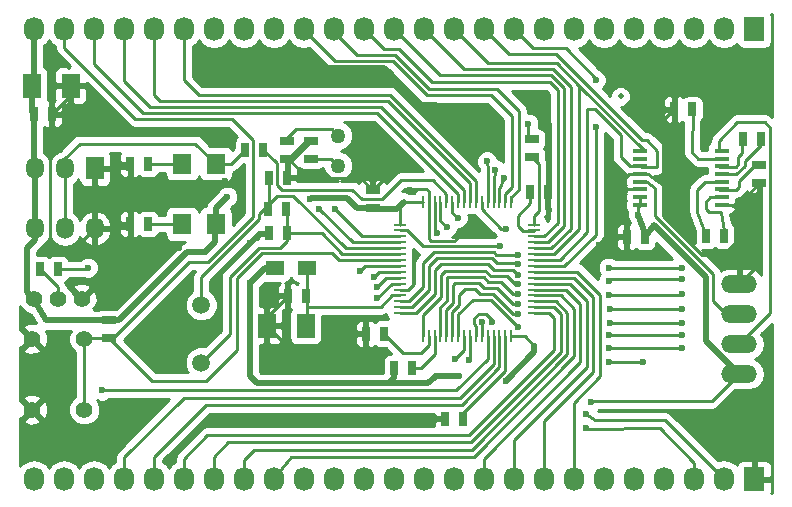
<source format=gtl>
G04 #@! TF.FileFunction,Copper,L1,Top,Signal*
%FSLAX46Y46*%
G04 Gerber Fmt 4.6, Leading zero omitted, Abs format (unit mm)*
G04 Created by KiCad (PCBNEW 4.0.7-e2-6376~58~ubuntu14.04.1) date Wed Mar 28 12:10:58 2018*
%MOMM*%
%LPD*%
G01*
G04 APERTURE LIST*
%ADD10C,0.100000*%
%ADD11C,1.501140*%
%ADD12R,0.635000X1.143000*%
%ADD13R,1.524000X2.032000*%
%ADD14R,1.143000X0.635000*%
%ADD15R,1.597660X1.800860*%
%ADD16R,1.727200X2.032000*%
%ADD17O,1.727200X2.032000*%
%ADD18R,1.500000X1.300000*%
%ADD19C,1.397000*%
%ADD20R,1.000000X0.250000*%
%ADD21R,0.250000X1.000000*%
%ADD22C,1.270000*%
%ADD23O,3.014980X1.506220*%
%ADD24C,1.400000*%
%ADD25R,1.524000X1.824000*%
%ADD26O,1.524000X1.824000*%
%ADD27R,1.200000X0.400000*%
%ADD28C,0.500000*%
%ADD29C,0.600000*%
%ADD30C,0.250000*%
%ADD31C,0.500000*%
%ADD32C,0.254000*%
G04 APERTURE END LIST*
D10*
D11*
X131000000Y-99559060D03*
X131000000Y-104440940D03*
D12*
X136738000Y-88800000D03*
X138262000Y-88800000D03*
X138262000Y-93500000D03*
X136738000Y-93500000D03*
D13*
X139851000Y-101300000D03*
X136549000Y-101300000D03*
X116649000Y-81000000D03*
X119951000Y-81000000D03*
D12*
X138338000Y-98800000D03*
X139862000Y-98800000D03*
X118362000Y-83400000D03*
X116838000Y-83400000D03*
D14*
X145500000Y-91362000D03*
X145500000Y-89838000D03*
X140300000Y-87162000D03*
X140300000Y-85638000D03*
X138300000Y-85638000D03*
X138300000Y-87162000D03*
D12*
X175262000Y-93700000D03*
X173738000Y-93700000D03*
X167038000Y-93800000D03*
X168562000Y-93800000D03*
D14*
X178250000Y-87688000D03*
X178250000Y-89212000D03*
D12*
X171038000Y-83000000D03*
X172562000Y-83000000D03*
X178362000Y-85500000D03*
X176838000Y-85500000D03*
D15*
X132229860Y-92710000D03*
X129390140Y-92710000D03*
X132229860Y-87630000D03*
X129390140Y-87630000D03*
D16*
X177800000Y-76200000D03*
D17*
X175260000Y-76200000D03*
X172720000Y-76200000D03*
X170180000Y-76200000D03*
X167640000Y-76200000D03*
X165100000Y-76200000D03*
X162560000Y-76200000D03*
X160020000Y-76200000D03*
X157480000Y-76200000D03*
X154940000Y-76200000D03*
X152400000Y-76200000D03*
X149860000Y-76200000D03*
X147320000Y-76200000D03*
X144780000Y-76200000D03*
X142240000Y-76200000D03*
X139700000Y-76200000D03*
X137160000Y-76200000D03*
X134620000Y-76200000D03*
X132080000Y-76200000D03*
X129540000Y-76200000D03*
X127000000Y-76200000D03*
X124460000Y-76200000D03*
X121920000Y-76200000D03*
X119380000Y-76200000D03*
X116840000Y-76200000D03*
D16*
X177800000Y-114300000D03*
D17*
X175260000Y-114300000D03*
X172720000Y-114300000D03*
X170180000Y-114300000D03*
X167640000Y-114300000D03*
X165100000Y-114300000D03*
X162560000Y-114300000D03*
X160020000Y-114300000D03*
X157480000Y-114300000D03*
X154940000Y-114300000D03*
X152400000Y-114300000D03*
X149860000Y-114300000D03*
X147320000Y-114300000D03*
X144780000Y-114300000D03*
X142240000Y-114300000D03*
X139700000Y-114300000D03*
X137160000Y-114300000D03*
X134620000Y-114300000D03*
X132080000Y-114300000D03*
X129540000Y-114300000D03*
X127000000Y-114300000D03*
X124460000Y-114300000D03*
X121920000Y-114300000D03*
X119380000Y-114300000D03*
X116840000Y-114300000D03*
D18*
X137250000Y-96400000D03*
X139950000Y-96400000D03*
D12*
X126492000Y-92710000D03*
X124968000Y-92710000D03*
D14*
X123190000Y-100838000D03*
X123190000Y-102362000D03*
D12*
X134738000Y-86400000D03*
X136262000Y-86400000D03*
X124968000Y-87630000D03*
X126492000Y-87630000D03*
D19*
X116690000Y-102420000D03*
X121090000Y-102420000D03*
X116690000Y-108420000D03*
X121090000Y-108420000D03*
D20*
X147800000Y-92750000D03*
X147800000Y-93250000D03*
X147800000Y-93750000D03*
X147800000Y-94250000D03*
X147800000Y-94750000D03*
X147800000Y-95250000D03*
X147800000Y-95750000D03*
X147800000Y-96250000D03*
X147800000Y-96750000D03*
X147800000Y-97250000D03*
X147800000Y-97750000D03*
X147800000Y-98250000D03*
X147800000Y-98750000D03*
X147800000Y-99250000D03*
X147800000Y-99750000D03*
X147800000Y-100250000D03*
D21*
X149750000Y-102200000D03*
X150250000Y-102200000D03*
X150750000Y-102200000D03*
X151250000Y-102200000D03*
X151750000Y-102200000D03*
X152250000Y-102200000D03*
X152750000Y-102200000D03*
X153250000Y-102200000D03*
X153750000Y-102200000D03*
X154250000Y-102200000D03*
X154750000Y-102200000D03*
X155250000Y-102200000D03*
X155750000Y-102200000D03*
X156250000Y-102200000D03*
X156750000Y-102200000D03*
X157250000Y-102200000D03*
D20*
X159200000Y-100250000D03*
X159200000Y-99750000D03*
X159200000Y-99250000D03*
X159200000Y-98750000D03*
X159200000Y-98250000D03*
X159200000Y-97750000D03*
X159200000Y-97250000D03*
X159200000Y-96750000D03*
X159200000Y-96250000D03*
X159200000Y-95750000D03*
X159200000Y-95250000D03*
X159200000Y-94750000D03*
X159200000Y-94250000D03*
X159200000Y-93750000D03*
X159200000Y-93250000D03*
X159200000Y-92750000D03*
D21*
X157250000Y-90800000D03*
X156750000Y-90800000D03*
X156250000Y-90800000D03*
X155750000Y-90800000D03*
X155250000Y-90800000D03*
X154750000Y-90800000D03*
X154250000Y-90800000D03*
X153750000Y-90800000D03*
X153250000Y-90800000D03*
X152750000Y-90800000D03*
X152250000Y-90800000D03*
X151750000Y-90800000D03*
X151250000Y-90800000D03*
X150750000Y-90800000D03*
X150250000Y-90800000D03*
X149750000Y-90800000D03*
D22*
X142600000Y-87770000D03*
X142600000Y-85230000D03*
D23*
X176530000Y-97790000D03*
X176530000Y-105410000D03*
X176530000Y-102870000D03*
X176530000Y-100330000D03*
D24*
X120870000Y-99060000D03*
X118870000Y-99060000D03*
X116870000Y-99060000D03*
D12*
X117348000Y-96520000D03*
X118872000Y-96520000D03*
D25*
X122000000Y-88000000D03*
D26*
X122000000Y-93080000D03*
X119460000Y-88000000D03*
X119460000Y-93080000D03*
X116920000Y-88000000D03*
X116920000Y-93080000D03*
D12*
X153162000Y-109200000D03*
X151638000Y-109200000D03*
X158838000Y-90000000D03*
X160362000Y-90000000D03*
D27*
X175050000Y-91075000D03*
X175050000Y-90425000D03*
X175050000Y-89775000D03*
X175050000Y-89125000D03*
X175050000Y-88475000D03*
X175050000Y-87825000D03*
X175050000Y-87175000D03*
X175050000Y-86525000D03*
X168150000Y-86525000D03*
X168150000Y-87175000D03*
X168150000Y-87825000D03*
X168150000Y-88475000D03*
X168150000Y-89125000D03*
X168150000Y-89775000D03*
X168150000Y-90425000D03*
X168150000Y-91075000D03*
D14*
X159000000Y-87062000D03*
X159000000Y-85538000D03*
D12*
X146462000Y-102000000D03*
X144938000Y-102000000D03*
D28*
X122800000Y-83700000D03*
X165700000Y-88000000D03*
X135500000Y-109600000D03*
X136900000Y-104800000D03*
X170800000Y-86600000D03*
X178900000Y-80100000D03*
X125500000Y-102400000D03*
D12*
X136638000Y-91400000D03*
X138162000Y-91400000D03*
D28*
X166500000Y-81900000D03*
D12*
X148862000Y-104900000D03*
X147338000Y-104900000D03*
D29*
X146100000Y-104700000D03*
X146200000Y-109200000D03*
X160400000Y-91500000D03*
X164700000Y-94500000D03*
X136200000Y-79500000D03*
X150800000Y-82600000D03*
X158800000Y-82600000D03*
X146600000Y-88700000D03*
X148700000Y-89800000D03*
X149100000Y-95300000D03*
X153100000Y-93600000D03*
X140000000Y-88800000D03*
X133000000Y-89100000D03*
X136400000Y-98100000D03*
X129100000Y-94700000D03*
X135100000Y-94300000D03*
X158700000Y-84200000D03*
X168000000Y-91900000D03*
X156800000Y-106000000D03*
X164000000Y-107800000D03*
X159200000Y-103000000D03*
X133200000Y-90400000D03*
X140200000Y-90600000D03*
X131300000Y-95100000D03*
X152800000Y-105600000D03*
X135100000Y-97700000D03*
X141000000Y-91400000D03*
X142300000Y-91400000D03*
X157800000Y-95300000D03*
X165500000Y-96400000D03*
X171700000Y-96400000D03*
X165500000Y-97500000D03*
X171700000Y-97400000D03*
X157800000Y-96100000D03*
X171700000Y-98600000D03*
X165500000Y-98700000D03*
X157800000Y-97000000D03*
X157800000Y-97800000D03*
X165600000Y-99900000D03*
X171700000Y-99900000D03*
X171700000Y-101100000D03*
X165600000Y-101100000D03*
X157800000Y-98600000D03*
X171700000Y-102100000D03*
X165500000Y-102100000D03*
X157800000Y-99500000D03*
X157800000Y-100300000D03*
X165500000Y-103200000D03*
X171700000Y-103200000D03*
X157800000Y-101400000D03*
X165500000Y-104400000D03*
X168400000Y-104400000D03*
X164400000Y-80500000D03*
X164400000Y-84500000D03*
X155600000Y-101000000D03*
X154800000Y-101000000D03*
X122600000Y-106800000D03*
X121400000Y-96400000D03*
X163600000Y-108800000D03*
X156800000Y-93100000D03*
X163600000Y-110000000D03*
X156300000Y-94600000D03*
X155200000Y-87400000D03*
X155900000Y-88100000D03*
X156600000Y-88800000D03*
X153700000Y-104200000D03*
X152500000Y-104100000D03*
X145900000Y-99000000D03*
X145900000Y-98000000D03*
X145600000Y-97200000D03*
X144400000Y-96700000D03*
X151000000Y-93500000D03*
X151800000Y-93000000D03*
X152700000Y-92200000D03*
D30*
X170100000Y-88400000D02*
X170100000Y-86100000D01*
X170100000Y-89368374D02*
X170100000Y-88400000D01*
X170100000Y-86100000D02*
X170100000Y-83938000D01*
X170100000Y-83938000D02*
X171038000Y-83000000D01*
X170100000Y-89368374D02*
X170100000Y-92000000D01*
X168822464Y-88494880D02*
X170100000Y-89368374D01*
X168900000Y-88500000D02*
X168822464Y-88494880D01*
X176500000Y-94000000D02*
X176500000Y-91095840D01*
X175200000Y-95300000D02*
X176500000Y-94000000D01*
X173400000Y-95300000D02*
X175200000Y-95300000D01*
X170100000Y-92000000D02*
X173400000Y-95300000D01*
X168900000Y-88500000D02*
X168700000Y-88500000D01*
X168744880Y-88480120D02*
X167225000Y-88475000D01*
X166825000Y-88875000D02*
X166825000Y-89775000D01*
X167225000Y-88475000D02*
X166825000Y-88875000D01*
X167038000Y-93800000D02*
X167038000Y-91938000D01*
X166825000Y-89775000D02*
X168150000Y-89775000D01*
X166400000Y-90200000D02*
X166825000Y-89775000D01*
X166400000Y-91300000D02*
X166400000Y-90200000D01*
X167038000Y-91938000D02*
X166400000Y-91300000D01*
D31*
X151638000Y-109200000D02*
X146200000Y-109200000D01*
X160362000Y-90000000D02*
X160362000Y-91462000D01*
D30*
X164700000Y-94500000D02*
X166200000Y-93800000D01*
X166200000Y-93800000D02*
X167038000Y-93800000D01*
D31*
X160362000Y-91462000D02*
X160400000Y-91500000D01*
X160400000Y-89962000D02*
X160400000Y-84200000D01*
X146500000Y-79500000D02*
X136200000Y-79500000D01*
X149600000Y-82600000D02*
X146500000Y-79500000D01*
X150800000Y-82600000D02*
X149600000Y-82600000D01*
X160400000Y-84200000D02*
X158800000Y-82600000D01*
X160400000Y-89962000D02*
X160362000Y-90000000D01*
X140300000Y-85638000D02*
X140162000Y-85638000D01*
X140162000Y-85638000D02*
X138638000Y-87162000D01*
X138638000Y-87162000D02*
X138300000Y-87162000D01*
D30*
X178250000Y-89212000D02*
X178250000Y-96070000D01*
X178250000Y-96070000D02*
X176530000Y-97790000D01*
X178250000Y-89212000D02*
X178250000Y-89250000D01*
X178250000Y-89250000D02*
X176404160Y-91095840D01*
X145500000Y-89838000D02*
X145500000Y-89800000D01*
X145500000Y-89800000D02*
X146600000Y-88700000D01*
X150250000Y-89950000D02*
X150250000Y-90800000D01*
X148700000Y-89800000D02*
X148800000Y-89700000D01*
X148800000Y-89700000D02*
X150000000Y-89700000D01*
X150000000Y-89700000D02*
X150250000Y-89950000D01*
X150250000Y-90800000D02*
X150250000Y-93950000D01*
X148500002Y-98299998D02*
X147800000Y-98299998D01*
X149000000Y-97800000D02*
X148500002Y-98299998D01*
X149000000Y-95400000D02*
X149000000Y-97800000D01*
X149100000Y-95300000D02*
X149000000Y-95400000D01*
X152949998Y-93600000D02*
X153100000Y-93600000D01*
X152400000Y-94149998D02*
X152949998Y-93600000D01*
X150449998Y-94149998D02*
X152400000Y-94149998D01*
X150250000Y-93950000D02*
X150449998Y-94149998D01*
X147800000Y-98299998D02*
X147800000Y-98250000D01*
X138949000Y-103700000D02*
X136549000Y-101300000D01*
X146100000Y-103700000D02*
X138949000Y-103700000D01*
X138300000Y-87162000D02*
X138300000Y-88762000D01*
X138300000Y-88762000D02*
X138262000Y-88800000D01*
X140000000Y-88800000D02*
X144462000Y-88800000D01*
X144462000Y-88800000D02*
X145500000Y-89838000D01*
X138300000Y-87162000D02*
X138776000Y-87162000D01*
X138776000Y-87162000D02*
X140300000Y-85638000D01*
X124968000Y-87630000D02*
X124968000Y-88668000D01*
X140000000Y-88800000D02*
X138362000Y-87162000D01*
X125400000Y-89100000D02*
X133000000Y-89100000D01*
X124968000Y-88668000D02*
X125400000Y-89100000D01*
X138362000Y-87162000D02*
X138300000Y-87162000D01*
X137100000Y-98800000D02*
X138338000Y-98800000D01*
X136400000Y-98100000D02*
X137100000Y-98800000D01*
X136549000Y-101300000D02*
X136549000Y-100589000D01*
X136549000Y-100589000D02*
X138338000Y-98800000D01*
X136738000Y-93500000D02*
X135900000Y-93500000D01*
X124968000Y-93868000D02*
X124968000Y-92710000D01*
X125800000Y-94700000D02*
X124968000Y-93868000D01*
X129100000Y-94700000D02*
X125800000Y-94700000D01*
X135900000Y-93500000D02*
X135100000Y-94300000D01*
X122000000Y-93080000D02*
X122000000Y-94400000D01*
X123300000Y-95870000D02*
X120870000Y-99060000D01*
X123300000Y-95700000D02*
X123300000Y-95870000D01*
X122000000Y-94400000D02*
X123300000Y-95700000D01*
X122000000Y-93080000D02*
X124598000Y-93080000D01*
X124598000Y-93080000D02*
X124968000Y-92710000D01*
X122000000Y-88000000D02*
X124598000Y-88000000D01*
X124598000Y-88000000D02*
X124968000Y-87630000D01*
X122000000Y-93080000D02*
X122000000Y-88000000D01*
X118362000Y-83400000D02*
X118362000Y-86638000D01*
X119880000Y-95200000D02*
X122000000Y-93080000D01*
X119400000Y-95200000D02*
X119880000Y-95200000D01*
X118200000Y-94000000D02*
X119400000Y-95200000D01*
X118200000Y-86800000D02*
X118200000Y-94000000D01*
X118362000Y-86638000D02*
X118200000Y-86800000D01*
X119951000Y-81000000D02*
X119951000Y-81811000D01*
X119951000Y-81811000D02*
X118362000Y-83400000D01*
X176404160Y-91095840D02*
X174865280Y-91095840D01*
D31*
X146100000Y-104700000D02*
X146100000Y-103700000D01*
X146100000Y-103700000D02*
X146100000Y-103800000D01*
X146100000Y-103800000D02*
X146100000Y-103700000D01*
D30*
X139950000Y-96400000D02*
X139950000Y-98712000D01*
X139950000Y-98712000D02*
X139862000Y-98800000D01*
X147800000Y-98750000D02*
X147150000Y-98750000D01*
X146200000Y-99700000D02*
X139950000Y-99700000D01*
X147150000Y-98750000D02*
X146200000Y-99700000D01*
X139912000Y-98750000D02*
X139862000Y-98800000D01*
X139950000Y-96400000D02*
X139950000Y-99700000D01*
X139950000Y-99700000D02*
X139950000Y-101201000D01*
X139950000Y-101201000D02*
X139851000Y-101300000D01*
D31*
X147338000Y-104900000D02*
X147338000Y-105762000D01*
X147338000Y-105762000D02*
X146900000Y-106200000D01*
D30*
X158700000Y-85238000D02*
X158700000Y-84200000D01*
X158700000Y-85238000D02*
X159000000Y-85538000D01*
X168150000Y-91075000D02*
X168150000Y-90425000D01*
X168000000Y-91900000D02*
X168000000Y-91225000D01*
X168000000Y-91225000D02*
X168150000Y-91075000D01*
D31*
X169300000Y-92800000D02*
X173700000Y-97200000D01*
X173700000Y-97200000D02*
X173700000Y-102580000D01*
X116920000Y-93080000D02*
X116920000Y-94045000D01*
X116250000Y-98440000D02*
X116870000Y-99060000D01*
X116250000Y-94715000D02*
X116250000Y-98440000D01*
X116920000Y-94045000D02*
X116250000Y-94715000D01*
X156800000Y-106000000D02*
X159200000Y-103500000D01*
X159200000Y-103500000D02*
X159200000Y-103000000D01*
X146512000Y-91462000D02*
X147538000Y-91462000D01*
X147538000Y-91462000D02*
X148200000Y-90800000D01*
D30*
X147800000Y-92750000D02*
X147800000Y-91200000D01*
X147800000Y-91200000D02*
X148200000Y-90800000D01*
X148200000Y-90800000D02*
X149750000Y-90800000D01*
D31*
X116649000Y-81000000D02*
X116649000Y-83211000D01*
D30*
X116649000Y-83211000D02*
X116838000Y-83400000D01*
D31*
X116840000Y-76130000D02*
X116840000Y-80809000D01*
D30*
X116840000Y-80809000D02*
X116649000Y-81000000D01*
D31*
X116838000Y-83400000D02*
X116838000Y-87918000D01*
D30*
X116838000Y-87918000D02*
X116920000Y-88000000D01*
D31*
X168562000Y-93462000D02*
X168000000Y-91900000D01*
D30*
X157250000Y-102200000D02*
X158400000Y-102200000D01*
X158400000Y-102200000D02*
X159200000Y-103000000D01*
X174240000Y-107700000D02*
X176530000Y-105410000D01*
X164100000Y-107700000D02*
X174240000Y-107700000D01*
X164000000Y-107800000D02*
X164100000Y-107700000D01*
X168562000Y-93800000D02*
X168562000Y-93462000D01*
D31*
X168562000Y-93800000D02*
X169300000Y-92800000D01*
X173700000Y-102580000D02*
X176530000Y-105410000D01*
X132229860Y-92710000D02*
X132229860Y-91370140D01*
X132229860Y-91370140D02*
X133200000Y-90400000D01*
X140200000Y-90600000D02*
X140300000Y-90500000D01*
X140300000Y-90500000D02*
X143300000Y-90500000D01*
X143300000Y-90500000D02*
X144162000Y-91362000D01*
X144162000Y-91362000D02*
X145500000Y-91362000D01*
X132229860Y-92710000D02*
X132200000Y-94200000D01*
X132200000Y-94200000D02*
X131300000Y-95100000D01*
X136400000Y-96400000D02*
X137250000Y-96400000D01*
X145300000Y-91462000D02*
X146512000Y-91462000D01*
X123190000Y-100838000D02*
X124062000Y-100838000D01*
X129800000Y-95100000D02*
X131300000Y-95100000D01*
X124062000Y-100838000D02*
X129800000Y-95100000D01*
D30*
X116870000Y-99060000D02*
X116870000Y-99110000D01*
D31*
X116870000Y-99110000D02*
X117838000Y-100838000D01*
X117838000Y-100838000D02*
X123190000Y-100838000D01*
X116920000Y-88000000D02*
X116920000Y-93080000D01*
X135100000Y-97700000D02*
X136400000Y-96400000D01*
X150750000Y-105600000D02*
X152800000Y-105600000D01*
D30*
X150750000Y-105500000D02*
X150750000Y-105600000D01*
D31*
X150750000Y-105600000D02*
X150750000Y-105650000D01*
X135700000Y-106200000D02*
X135100000Y-105600000D01*
X150200000Y-106200000D02*
X147500000Y-106200000D01*
X147500000Y-106200000D02*
X146900000Y-106200000D01*
X146900000Y-106200000D02*
X135700000Y-106200000D01*
X135100000Y-105600000D02*
X135100000Y-97700000D01*
X150750000Y-105650000D02*
X150200000Y-106200000D01*
D30*
X147800000Y-94250000D02*
X143850000Y-94250000D01*
X143850000Y-94250000D02*
X141000000Y-91400000D01*
X140300000Y-87162000D02*
X141992000Y-87162000D01*
X141992000Y-87162000D02*
X142600000Y-87770000D01*
X147800000Y-93750000D02*
X144650000Y-93750000D01*
X144650000Y-93750000D02*
X142300000Y-91400000D01*
X138300000Y-85638000D02*
X138300000Y-85400000D01*
X138300000Y-85400000D02*
X139000000Y-84700000D01*
X139000000Y-84700000D02*
X142070000Y-84700000D01*
X142070000Y-84700000D02*
X142600000Y-85230000D01*
X175262000Y-93700000D02*
X175262000Y-93262000D01*
X175262000Y-93262000D02*
X175000000Y-91700000D01*
X175000000Y-91700000D02*
X174000000Y-91700000D01*
X174000000Y-91700000D02*
X173700000Y-91400000D01*
X173700000Y-91400000D02*
X173700000Y-90800000D01*
X173700000Y-90800000D02*
X174054400Y-90445600D01*
X174054400Y-90445600D02*
X174865280Y-90445600D01*
X174865280Y-89145120D02*
X173654880Y-89145120D01*
X173654880Y-89145120D02*
X173000000Y-89800000D01*
X173000000Y-89800000D02*
X173000000Y-91662000D01*
X173000000Y-91662000D02*
X173738000Y-93700000D01*
X178250000Y-87688000D02*
X177912000Y-87688000D01*
X177912000Y-87688000D02*
X176550000Y-89050000D01*
X176550000Y-89050000D02*
X176550000Y-89550000D01*
X176550000Y-89550000D02*
X176304640Y-89795360D01*
X176304640Y-89795360D02*
X174865280Y-89795360D01*
X174865280Y-87194400D02*
X173094400Y-87194400D01*
X173094400Y-87194400D02*
X172550000Y-86650000D01*
X172550000Y-86650000D02*
X172600000Y-82962000D01*
X172600000Y-82962000D02*
X172562000Y-83000000D01*
X177000000Y-87400000D02*
X178362000Y-86038000D01*
X177000000Y-87800000D02*
X177000000Y-87400000D01*
X178362000Y-86038000D02*
X178362000Y-85500000D01*
X176305120Y-88494880D02*
X177000000Y-87800000D01*
X174865280Y-88494880D02*
X176305120Y-88494880D01*
X176255360Y-87844640D02*
X174865280Y-87844640D01*
X176450000Y-87650000D02*
X176255360Y-87844640D01*
X176450000Y-87050000D02*
X176450000Y-87650000D01*
X176788000Y-86712000D02*
X176450000Y-87050000D01*
X176788000Y-85450000D02*
X176788000Y-86712000D01*
X129390140Y-92710000D02*
X126492000Y-92710000D01*
X132229860Y-87630000D02*
X133508000Y-87630000D01*
X133508000Y-87630000D02*
X134738000Y-86400000D01*
X119460000Y-88000000D02*
X119460000Y-87140000D01*
X119460000Y-87140000D02*
X120700000Y-85900000D01*
X130499860Y-85900000D02*
X132229860Y-87630000D01*
X120700000Y-85900000D02*
X130499860Y-85900000D01*
X119460000Y-88000000D02*
X119460000Y-93080000D01*
X126492000Y-87630000D02*
X129390140Y-87630000D01*
X150700000Y-95100000D02*
X155750002Y-95100000D01*
X148550000Y-99250000D02*
X149800000Y-98000000D01*
X149800000Y-98000000D02*
X149800000Y-96000000D01*
X149800000Y-96000000D02*
X150700000Y-95100000D01*
X165500000Y-96400000D02*
X171700000Y-96400000D01*
X148550000Y-99250000D02*
X147800000Y-99250000D01*
X155950002Y-95300000D02*
X157800000Y-95300000D01*
X155750002Y-95100000D02*
X155950002Y-95300000D01*
X165500000Y-97500000D02*
X165600000Y-97400000D01*
X165600000Y-97400000D02*
X171700000Y-97400000D01*
X151000000Y-95600000D02*
X155600000Y-95600000D01*
X148850000Y-99750000D02*
X150300000Y-98300000D01*
X150300000Y-98300000D02*
X150300000Y-96300000D01*
X150300000Y-96300000D02*
X151000000Y-95600000D01*
X147800000Y-99750000D02*
X148850000Y-99750000D01*
X157700000Y-96000000D02*
X157800000Y-96100000D01*
X156000000Y-96000000D02*
X157700000Y-96000000D01*
X155600000Y-95600000D02*
X156000000Y-96000000D01*
X165500000Y-98700000D02*
X171800000Y-98700000D01*
X171800000Y-98700000D02*
X171700000Y-98600000D01*
X165500000Y-98700000D02*
X165500000Y-98700000D01*
X157400000Y-96600000D02*
X157800000Y-97000000D01*
X155800000Y-96600000D02*
X157400000Y-96600000D01*
X155300000Y-96100000D02*
X155800000Y-96600000D01*
X151300000Y-96100000D02*
X155300000Y-96100000D01*
X150800000Y-98600000D02*
X150800000Y-96600000D01*
X147800000Y-100250000D02*
X149150000Y-100250000D01*
X149150000Y-100250000D02*
X150800000Y-98600000D01*
X150800000Y-96600000D02*
X151300000Y-96100000D01*
X155500000Y-97100000D02*
X156900000Y-97100000D01*
X156900000Y-97100000D02*
X157600000Y-97800000D01*
X157600000Y-97800000D02*
X157800000Y-97800000D01*
X151650000Y-96650000D02*
X155050000Y-96650000D01*
X165600000Y-99900000D02*
X171700000Y-99900000D01*
X151300000Y-97000000D02*
X151650000Y-96650000D01*
X151300000Y-98900000D02*
X151300000Y-97000000D01*
X149750000Y-100450000D02*
X151300000Y-98900000D01*
X149750000Y-102200000D02*
X149750000Y-100450000D01*
X155050000Y-96650000D02*
X155500000Y-97100000D01*
X155300000Y-97600000D02*
X156400000Y-97600000D01*
X154900000Y-97200000D02*
X155300000Y-97600000D01*
X151250000Y-102200000D02*
X151250000Y-99750000D01*
X165600000Y-101100000D02*
X171700000Y-101100000D01*
X151800000Y-99200000D02*
X151800000Y-97200000D01*
X151250000Y-99750000D02*
X151800000Y-99200000D01*
X151800000Y-97200000D02*
X154900000Y-97200000D01*
X157400000Y-98600000D02*
X157800000Y-98600000D01*
X156400000Y-97600000D02*
X157400000Y-98600000D01*
X151750000Y-102200000D02*
X151750000Y-99950000D01*
X171800000Y-102100000D02*
X171700000Y-102100000D01*
X165500000Y-102100000D02*
X171800000Y-102100000D01*
X157400000Y-99500000D02*
X157800000Y-99500000D01*
X156000000Y-98100000D02*
X157400000Y-99500000D01*
X154900000Y-98100000D02*
X156000000Y-98100000D01*
X154500000Y-97700000D02*
X154900000Y-98100000D01*
X152500000Y-97700000D02*
X154500000Y-97700000D01*
X152300000Y-97900000D02*
X152500000Y-97700000D01*
X152300000Y-99400000D02*
X152300000Y-97900000D01*
X151750000Y-99950000D02*
X152300000Y-99400000D01*
X152250000Y-100150000D02*
X152800000Y-99600000D01*
X152800000Y-99600000D02*
X152800000Y-98700000D01*
X152800000Y-98700000D02*
X153300000Y-98200000D01*
X153300000Y-98200000D02*
X154200000Y-98200000D01*
X154200000Y-98200000D02*
X154600000Y-98600000D01*
X154600000Y-98600000D02*
X155700000Y-98600000D01*
X155700000Y-98600000D02*
X157400000Y-100300000D01*
X157400000Y-100300000D02*
X157800000Y-100300000D01*
X165500000Y-103200000D02*
X171700000Y-103200000D01*
X152250000Y-102200000D02*
X152250000Y-100150000D01*
X152750000Y-102200000D02*
X152750000Y-100350000D01*
X152750000Y-100350000D02*
X154000000Y-99100000D01*
X154000000Y-99100000D02*
X155500000Y-99100000D01*
X155500000Y-99100000D02*
X157800000Y-101400000D01*
X165500000Y-104400000D02*
X168400000Y-104400000D01*
X164400000Y-80400000D02*
X161900000Y-77800000D01*
X164400000Y-84500000D02*
X164400000Y-93600000D01*
X161900000Y-77800000D02*
X159080000Y-77800000D01*
X157460000Y-76180000D02*
X159080000Y-77800000D01*
X161750000Y-96250000D02*
X159200000Y-96250000D01*
X164300000Y-93700000D02*
X161750000Y-96250000D01*
X164400000Y-93600000D02*
X164300000Y-93700000D01*
X168150000Y-87825000D02*
X167325000Y-87825000D01*
X164300000Y-83000000D02*
X163700000Y-83000000D01*
X166500000Y-85200000D02*
X164300000Y-83000000D01*
X166500000Y-87000000D02*
X166500000Y-85200000D01*
X167325000Y-87825000D02*
X166500000Y-87000000D01*
X169114720Y-87844640D02*
X169555360Y-87844640D01*
X169600000Y-86500000D02*
X168700000Y-85600000D01*
X169555360Y-87844640D02*
X169600000Y-87800000D01*
X169600000Y-87800000D02*
X169600000Y-86500000D01*
X169114720Y-87844640D02*
X168244640Y-87844640D01*
X168700000Y-85600000D02*
X168300000Y-85600000D01*
X168300000Y-85600000D02*
X161000000Y-78300000D01*
X161000000Y-78300000D02*
X158300000Y-78300000D01*
X158300000Y-78300000D02*
X157040000Y-78300000D01*
X158300000Y-78300000D02*
X158200000Y-78300000D01*
X163700000Y-83000000D02*
X163700000Y-83000000D01*
X163700000Y-83000000D02*
X163700000Y-93400000D01*
X163700000Y-93400000D02*
X161350000Y-95750000D01*
X157040000Y-78300000D02*
X154940000Y-76200000D01*
X161350000Y-95750000D02*
X159200000Y-95750000D01*
X163000000Y-93100000D02*
X163000000Y-81000000D01*
X160850000Y-95250000D02*
X163000000Y-93100000D01*
X163000000Y-81000000D02*
X161100000Y-79100000D01*
X168544160Y-86544160D02*
X163000000Y-81000000D01*
X161100000Y-79100000D02*
X155300000Y-79100000D01*
X159200000Y-95250000D02*
X160850000Y-95250000D01*
X155300000Y-79100000D02*
X152400000Y-76200000D01*
X159200000Y-94750000D02*
X160650000Y-94750000D01*
X153260000Y-79600000D02*
X149810000Y-76150000D01*
X160800000Y-79600000D02*
X153260000Y-79600000D01*
X162300000Y-81100000D02*
X160800000Y-79600000D01*
X162300000Y-93100000D02*
X162300000Y-81100000D01*
X160650000Y-94750000D02*
X162300000Y-93100000D01*
X159200000Y-94250000D02*
X160350000Y-94250000D01*
X151220000Y-80100000D02*
X147320000Y-76200000D01*
X160600000Y-80100000D02*
X151220000Y-80100000D01*
X161700000Y-81200000D02*
X160600000Y-80100000D01*
X161700000Y-92900000D02*
X161700000Y-81200000D01*
X160350000Y-94250000D02*
X161700000Y-92900000D01*
X147700000Y-77900000D02*
X146480000Y-77900000D01*
X160050000Y-93750000D02*
X161200000Y-92600000D01*
X161200000Y-92600000D02*
X161200000Y-81400000D01*
X161200000Y-81400000D02*
X160500000Y-80700000D01*
X160500000Y-80700000D02*
X150500000Y-80700000D01*
X150500000Y-80700000D02*
X147700000Y-77900000D01*
X159200000Y-93750000D02*
X160050000Y-93750000D01*
X146480000Y-77900000D02*
X144780000Y-76200000D01*
X147400000Y-78400000D02*
X144200000Y-78400000D01*
X144200000Y-78400000D02*
X142100000Y-76300000D01*
X150249998Y-81249998D02*
X147400000Y-78400000D01*
X156049998Y-81249998D02*
X150249998Y-81249998D01*
X157900000Y-83100000D02*
X156049998Y-81249998D01*
X157900000Y-89800000D02*
X157900000Y-83100000D01*
X157250000Y-90800000D02*
X157250000Y-90450000D01*
X157250000Y-90450000D02*
X157900000Y-89800000D01*
X156750000Y-90800000D02*
X156750000Y-90150000D01*
X142300000Y-78900000D02*
X139700000Y-76300000D01*
X147200000Y-78900000D02*
X142300000Y-78900000D01*
X150100000Y-81800000D02*
X147200000Y-78900000D01*
X155500000Y-81800000D02*
X150100000Y-81800000D01*
X157300000Y-83600000D02*
X155500000Y-81800000D01*
X157300000Y-89600000D02*
X157300000Y-83600000D01*
X156750000Y-90150000D02*
X157300000Y-89600000D01*
X155100000Y-100300000D02*
X155600000Y-100800000D01*
X155600000Y-100800000D02*
X155600000Y-101000000D01*
X154500000Y-100300000D02*
X155100000Y-100300000D01*
X154250000Y-101350000D02*
X154100000Y-101200000D01*
X154100000Y-101200000D02*
X154100000Y-100700000D01*
X154100000Y-100700000D02*
X154500000Y-100300000D01*
X154250000Y-102200000D02*
X154250000Y-101350000D01*
X154750000Y-102200000D02*
X154750000Y-101050000D01*
X154750000Y-101050000D02*
X154800000Y-101000000D01*
X155250000Y-104150000D02*
X152600000Y-106800000D01*
X152600000Y-106800000D02*
X122600000Y-106800000D01*
X155250000Y-102200000D02*
X155250000Y-104150000D01*
X118872000Y-96520000D02*
X121280000Y-96520000D01*
X121280000Y-96520000D02*
X121400000Y-96400000D01*
X154250000Y-90800000D02*
X154250000Y-89050000D01*
X129540000Y-80540000D02*
X129540000Y-76130000D01*
X130800000Y-81800000D02*
X129540000Y-80540000D01*
X146949998Y-81749998D02*
X130849998Y-81749998D01*
X154250000Y-89050000D02*
X146949998Y-81749998D01*
X127500000Y-82300000D02*
X146800000Y-82300000D01*
X127000000Y-76130000D02*
X127000000Y-81800000D01*
X153750000Y-89250000D02*
X153750000Y-90800000D01*
X146800000Y-82300000D02*
X153750000Y-89250000D01*
X127000000Y-81800000D02*
X127500000Y-82300000D01*
X153250000Y-90800000D02*
X153250000Y-89850000D01*
X124460000Y-80560000D02*
X124460000Y-76130000D01*
X126700000Y-82800000D02*
X124460000Y-80560000D01*
X146200000Y-82800000D02*
X126700000Y-82800000D01*
X153250000Y-89850000D02*
X146200000Y-82800000D01*
X126100000Y-83300000D02*
X145900000Y-83300000D01*
X121920000Y-76130000D02*
X121920000Y-79120000D01*
X152750000Y-90150000D02*
X152750000Y-90800000D01*
X145900000Y-83300000D02*
X152750000Y-90150000D01*
X121920000Y-79120000D02*
X126100000Y-83300000D01*
X130100000Y-95900000D02*
X130000000Y-95900000D01*
X130000000Y-95900000D02*
X123538000Y-102362000D01*
X123538000Y-102362000D02*
X123190000Y-102362000D01*
X119380000Y-77780000D02*
X125400000Y-83800000D01*
X125400000Y-83800000D02*
X133600000Y-83800000D01*
X133600000Y-83800000D02*
X135400000Y-85600000D01*
X135400000Y-85600000D02*
X135400000Y-92100000D01*
X135400000Y-92100000D02*
X131600000Y-95900000D01*
X131600000Y-95900000D02*
X130100000Y-95900000D01*
X130100000Y-95900000D02*
X130052000Y-95900000D01*
X119380000Y-76230000D02*
X119380000Y-77780000D01*
X147800000Y-95750000D02*
X142650000Y-95750000D01*
X126828000Y-106000000D02*
X123190000Y-102362000D01*
X131400000Y-106000000D02*
X126828000Y-106000000D01*
X134000000Y-103400000D02*
X131400000Y-106000000D01*
X134000000Y-97300000D02*
X134000000Y-103400000D01*
X136149998Y-95150002D02*
X134000000Y-97300000D01*
X142050002Y-95150002D02*
X136149998Y-95150002D01*
X142650000Y-95750000D02*
X142050002Y-95150002D01*
X121090000Y-108420000D02*
X121090000Y-102420000D01*
X121090000Y-102420000D02*
X121138000Y-102372000D01*
X121138000Y-102372000D02*
X123190000Y-102362000D01*
X154750000Y-90800000D02*
X154750000Y-91450000D01*
X164300000Y-109300000D02*
X170260000Y-109300000D01*
X163600000Y-108800000D02*
X164300000Y-109300000D01*
X170260000Y-109300000D02*
X175260000Y-114300000D01*
X156400000Y-93100000D02*
X156800000Y-93100000D01*
X154750000Y-91450000D02*
X156400000Y-93100000D01*
X147800000Y-93250000D02*
X148450000Y-93250000D01*
X172720000Y-112920000D02*
X172720000Y-114300000D01*
X169800000Y-110000000D02*
X172720000Y-112920000D01*
X163700000Y-110100000D02*
X169800000Y-110000000D01*
X163600000Y-110000000D02*
X163700000Y-110100000D01*
X149800000Y-94600000D02*
X156300000Y-94600000D01*
X148450000Y-93250000D02*
X149800000Y-94600000D01*
X155250000Y-88150000D02*
X155200000Y-87400000D01*
X155250000Y-88150000D02*
X155250000Y-90800000D01*
X155750000Y-90800000D02*
X155750000Y-89050000D01*
X155750000Y-89050000D02*
X155900000Y-88100000D01*
X156250000Y-90800000D02*
X156250000Y-89750000D01*
X156250000Y-89750000D02*
X156600000Y-88800000D01*
X159200000Y-96750000D02*
X162850000Y-96750000D01*
X162560000Y-107840000D02*
X162560000Y-114300000D01*
X164800000Y-105600000D02*
X162560000Y-107840000D01*
X164800000Y-98700000D02*
X164800000Y-105600000D01*
X162850000Y-96750000D02*
X164800000Y-98700000D01*
X159200000Y-97250000D02*
X162550000Y-97250000D01*
X160020000Y-109380000D02*
X160020000Y-114300000D01*
X164200000Y-105200000D02*
X160020000Y-109380000D01*
X164200000Y-98900000D02*
X164200000Y-105200000D01*
X162550000Y-97250000D02*
X164200000Y-98900000D01*
X159200000Y-97750000D02*
X162250000Y-97750000D01*
X157480000Y-111020000D02*
X157480000Y-114300000D01*
X163700000Y-104800000D02*
X157480000Y-111020000D01*
X163700000Y-99200000D02*
X163700000Y-104800000D01*
X162250000Y-97750000D02*
X163700000Y-99200000D01*
X159200000Y-98250000D02*
X161850000Y-98250000D01*
X154900000Y-112600000D02*
X154900000Y-114260000D01*
X163100000Y-104400000D02*
X154900000Y-112600000D01*
X163100000Y-99500000D02*
X163100000Y-104400000D01*
X161850000Y-98250000D02*
X163100000Y-99500000D01*
X154900000Y-114260000D02*
X154940000Y-114300000D01*
X153750000Y-104150000D02*
X153700000Y-104200000D01*
X153750000Y-102200000D02*
X153750000Y-104150000D01*
X153250000Y-102200000D02*
X153250000Y-103350000D01*
X153250000Y-103350000D02*
X152500000Y-104100000D01*
X147150000Y-97750000D02*
X145900000Y-99000000D01*
X147800000Y-97750000D02*
X147150000Y-97750000D01*
X146650000Y-97250000D02*
X145900000Y-98000000D01*
X147800000Y-97250000D02*
X146650000Y-97250000D01*
X146050000Y-96750000D02*
X145600000Y-97200000D01*
X147800000Y-96750000D02*
X146050000Y-96750000D01*
X147800000Y-96250000D02*
X144850000Y-96250000D01*
X144850000Y-96250000D02*
X144400000Y-96700000D01*
X138640541Y-112400000D02*
X137100000Y-114300000D01*
X154100000Y-112400000D02*
X138640541Y-112400000D01*
X162600000Y-103900000D02*
X154100000Y-112400000D01*
X162600000Y-99900000D02*
X162600000Y-103900000D01*
X161450000Y-98750000D02*
X162600000Y-99900000D01*
X159200000Y-98750000D02*
X161450000Y-98750000D01*
X159200000Y-99250000D02*
X161050000Y-99250000D01*
X134620000Y-112680000D02*
X134620000Y-114300000D01*
X135500000Y-111800000D02*
X134620000Y-112680000D01*
X153900000Y-111800000D02*
X135500000Y-111800000D01*
X162000000Y-103700000D02*
X153900000Y-111800000D01*
X162000000Y-100200000D02*
X162000000Y-103700000D01*
X161050000Y-99250000D02*
X162000000Y-100200000D01*
X159200000Y-99750000D02*
X160899998Y-99750000D01*
X132080000Y-112420000D02*
X132080000Y-114300000D01*
X133300000Y-111200000D02*
X132080000Y-112420000D01*
X153800000Y-111200000D02*
X133300000Y-111200000D01*
X161500000Y-103500000D02*
X153800000Y-111200000D01*
X161500000Y-100350002D02*
X161500000Y-103500000D01*
X160899998Y-99750000D02*
X161500000Y-100350002D01*
X159200000Y-100250000D02*
X160450000Y-100250000D01*
X129540000Y-112560000D02*
X129540000Y-114300000D01*
X131500000Y-110600000D02*
X129540000Y-112560000D01*
X153700000Y-110600000D02*
X131500000Y-110600000D01*
X160900000Y-103400000D02*
X153700000Y-110600000D01*
X160900000Y-100700000D02*
X160900000Y-103400000D01*
X160450000Y-100250000D02*
X160900000Y-100700000D01*
X156250000Y-102200000D02*
X156250000Y-104850000D01*
X127000000Y-112400000D02*
X127000000Y-114300000D01*
X131400000Y-108000000D02*
X127000000Y-112400000D01*
X153100000Y-108000000D02*
X131400000Y-108000000D01*
X156250000Y-104850000D02*
X153100000Y-108000000D01*
X155750000Y-102200000D02*
X155750000Y-104550000D01*
X124460000Y-112440000D02*
X124460000Y-114300000D01*
X129500000Y-107400000D02*
X124460000Y-112440000D01*
X152900000Y-107400000D02*
X129500000Y-107400000D01*
X155750000Y-104550000D02*
X152900000Y-107400000D01*
X150750000Y-90800000D02*
X150750000Y-93250000D01*
X150750000Y-93250000D02*
X151000000Y-93500000D01*
X151250000Y-90800000D02*
X151250000Y-92450000D01*
X151250000Y-92450000D02*
X151800000Y-93000000D01*
X152250000Y-90800000D02*
X152250000Y-91750000D01*
X152250000Y-91750000D02*
X152700000Y-92200000D01*
X174865280Y-86544160D02*
X174865280Y-85634720D01*
X174865280Y-85634720D02*
X176400000Y-84100000D01*
X176400000Y-84100000D02*
X178700000Y-84100000D01*
X178700000Y-84100000D02*
X179165000Y-84565000D01*
X179165000Y-84565000D02*
X179165000Y-100235000D01*
X179165000Y-100235000D02*
X176530000Y-102870000D01*
X151750000Y-90800000D02*
X151750000Y-90150000D01*
X137262000Y-87400000D02*
X136262000Y-86400000D01*
X137400000Y-87538000D02*
X137262000Y-87400000D01*
X137400000Y-89400000D02*
X137400000Y-87538000D01*
X137800000Y-89800000D02*
X137400000Y-89400000D01*
X143800000Y-89800000D02*
X137800000Y-89800000D01*
X144600000Y-90600000D02*
X143800000Y-89800000D01*
X146300000Y-90600000D02*
X144600000Y-90600000D01*
X147900000Y-89000000D02*
X146300000Y-90600000D01*
X150600000Y-89000000D02*
X147900000Y-89000000D01*
X151750000Y-90150000D02*
X150600000Y-89000000D01*
X168100000Y-89100000D02*
X168773827Y-89115202D01*
X168773827Y-89115202D02*
X169400000Y-89626827D01*
X169400000Y-89626827D02*
X169400000Y-92000000D01*
X169400000Y-92000000D02*
X174300000Y-96900000D01*
X174300000Y-96900000D02*
X174300000Y-99200000D01*
X174300000Y-99200000D02*
X175430000Y-100330000D01*
X175430000Y-100330000D02*
X176530000Y-100330000D01*
X118870000Y-99060000D02*
X118870000Y-98042000D01*
X118870000Y-98042000D02*
X117348000Y-96520000D01*
X156750000Y-102200000D02*
X156750000Y-105150000D01*
X156750000Y-105150000D02*
X153162000Y-108738000D01*
X153162000Y-108738000D02*
X153162000Y-109200000D01*
X158838000Y-90300000D02*
X158838000Y-90962000D01*
X158199998Y-93299998D02*
X159200000Y-93299998D01*
X157800000Y-92900000D02*
X158199998Y-93299998D01*
X157800000Y-92000000D02*
X157800000Y-92900000D01*
X158838000Y-90962000D02*
X157800000Y-92000000D01*
X159200000Y-93299998D02*
X159200000Y-93250000D01*
X147800000Y-94750000D02*
X143250000Y-94750000D01*
X131000000Y-97200000D02*
X131000000Y-99559060D01*
X137438000Y-90300000D02*
X136738000Y-91000000D01*
X138800000Y-90300000D02*
X137438000Y-90300000D01*
X136738000Y-91000000D02*
X135900000Y-91838000D01*
X135900000Y-91838000D02*
X135900000Y-92300000D01*
X135900000Y-92300000D02*
X131000000Y-97200000D01*
X143250000Y-94750000D02*
X138800000Y-90300000D01*
X136738000Y-88500000D02*
X136738000Y-91000000D01*
X138262000Y-91000000D02*
X138262000Y-93500000D01*
X138262000Y-93500000D02*
X141200000Y-93500000D01*
X142950000Y-95250000D02*
X147800000Y-95250000D01*
X141200000Y-93500000D02*
X142950000Y-95250000D01*
X138262000Y-93500000D02*
X138262000Y-94138000D01*
X133400000Y-102040940D02*
X131000000Y-104440940D01*
X133400000Y-97200000D02*
X133400000Y-102040940D01*
X135900000Y-94700000D02*
X133400000Y-97200000D01*
X137700000Y-94700000D02*
X135900000Y-94700000D01*
X138262000Y-94138000D02*
X137700000Y-94700000D01*
X159200000Y-92750000D02*
X159200000Y-92000000D01*
X159600000Y-87662000D02*
X159000000Y-87062000D01*
X159600000Y-91600000D02*
X159600000Y-87662000D01*
X159200000Y-92000000D02*
X159600000Y-91600000D01*
X150250000Y-102200000D02*
X150250000Y-102950000D01*
X148062000Y-103600000D02*
X146462000Y-102000000D01*
X149600000Y-103600000D02*
X148062000Y-103600000D01*
X150250000Y-102950000D02*
X149600000Y-103600000D01*
X150750000Y-102200000D02*
X150750000Y-103750000D01*
X149600000Y-104900000D02*
X148862000Y-104900000D01*
X150750000Y-103750000D02*
X149600000Y-104900000D01*
D32*
G36*
X179315000Y-115515000D02*
X179268490Y-115515000D01*
X179298600Y-115442309D01*
X179298600Y-114585750D01*
X179139850Y-114427000D01*
X177927000Y-114427000D01*
X177927000Y-114447000D01*
X177673000Y-114447000D01*
X177673000Y-114427000D01*
X177653000Y-114427000D01*
X177653000Y-114173000D01*
X177673000Y-114173000D01*
X177673000Y-112807750D01*
X177927000Y-112807750D01*
X177927000Y-114173000D01*
X179139850Y-114173000D01*
X179298600Y-114014250D01*
X179298600Y-113157691D01*
X179201927Y-112924302D01*
X179023299Y-112745673D01*
X178789910Y-112649000D01*
X178085750Y-112649000D01*
X177927000Y-112807750D01*
X177673000Y-112807750D01*
X177514250Y-112649000D01*
X176810090Y-112649000D01*
X176576701Y-112745673D01*
X176398073Y-112924302D01*
X176334500Y-113077780D01*
X176319670Y-113055585D01*
X175833489Y-112730729D01*
X175260000Y-112616655D01*
X174752421Y-112717619D01*
X170797401Y-108762599D01*
X170550839Y-108597852D01*
X170260000Y-108540000D01*
X164582153Y-108540000D01*
X164662293Y-108460000D01*
X174240000Y-108460000D01*
X174530839Y-108402148D01*
X174777401Y-108237401D01*
X176216692Y-106798110D01*
X177326354Y-106798110D01*
X177857561Y-106692446D01*
X178307896Y-106391542D01*
X178608800Y-105941207D01*
X178714464Y-105410000D01*
X178608800Y-104878793D01*
X178307896Y-104428458D01*
X177876188Y-104140000D01*
X178307896Y-103851542D01*
X178608800Y-103401207D01*
X178714464Y-102870000D01*
X178608800Y-102338793D01*
X178419427Y-102055375D01*
X179315000Y-101159802D01*
X179315000Y-115515000D01*
X179315000Y-115515000D01*
G37*
X179315000Y-115515000D02*
X179268490Y-115515000D01*
X179298600Y-115442309D01*
X179298600Y-114585750D01*
X179139850Y-114427000D01*
X177927000Y-114427000D01*
X177927000Y-114447000D01*
X177673000Y-114447000D01*
X177673000Y-114427000D01*
X177653000Y-114427000D01*
X177653000Y-114173000D01*
X177673000Y-114173000D01*
X177673000Y-112807750D01*
X177927000Y-112807750D01*
X177927000Y-114173000D01*
X179139850Y-114173000D01*
X179298600Y-114014250D01*
X179298600Y-113157691D01*
X179201927Y-112924302D01*
X179023299Y-112745673D01*
X178789910Y-112649000D01*
X178085750Y-112649000D01*
X177927000Y-112807750D01*
X177673000Y-112807750D01*
X177514250Y-112649000D01*
X176810090Y-112649000D01*
X176576701Y-112745673D01*
X176398073Y-112924302D01*
X176334500Y-113077780D01*
X176319670Y-113055585D01*
X175833489Y-112730729D01*
X175260000Y-112616655D01*
X174752421Y-112717619D01*
X170797401Y-108762599D01*
X170550839Y-108597852D01*
X170260000Y-108540000D01*
X164582153Y-108540000D01*
X164662293Y-108460000D01*
X174240000Y-108460000D01*
X174530839Y-108402148D01*
X174777401Y-108237401D01*
X176216692Y-106798110D01*
X177326354Y-106798110D01*
X177857561Y-106692446D01*
X178307896Y-106391542D01*
X178608800Y-105941207D01*
X178714464Y-105410000D01*
X178608800Y-104878793D01*
X178307896Y-104428458D01*
X177876188Y-104140000D01*
X178307896Y-103851542D01*
X178608800Y-103401207D01*
X178714464Y-102870000D01*
X178608800Y-102338793D01*
X178419427Y-102055375D01*
X179315000Y-101159802D01*
X179315000Y-115515000D01*
G36*
X115737582Y-99815229D02*
X116112796Y-100191098D01*
X116566827Y-100379629D01*
X116973853Y-101106219D01*
X116882520Y-101074073D01*
X116352801Y-101102852D01*
X115997071Y-101250200D01*
X115935417Y-101485812D01*
X116690000Y-102240395D01*
X116704143Y-102226253D01*
X116883748Y-102405858D01*
X116869605Y-102420000D01*
X117624188Y-103174583D01*
X117859800Y-103112929D01*
X118035927Y-102612520D01*
X118007148Y-102082801D01*
X117859800Y-101727071D01*
X117844243Y-101723000D01*
X119935527Y-101723000D01*
X119756732Y-102153587D01*
X119756269Y-102684086D01*
X119958854Y-103174380D01*
X120330000Y-103546174D01*
X120330000Y-107294464D01*
X119960173Y-107663647D01*
X119756732Y-108153587D01*
X119756269Y-108684086D01*
X119958854Y-109174380D01*
X120333647Y-109549827D01*
X120823587Y-109753268D01*
X121354086Y-109753731D01*
X121844380Y-109551146D01*
X122219827Y-109176353D01*
X122423268Y-108686413D01*
X122423731Y-108155914D01*
X122221146Y-107665620D01*
X122203191Y-107647634D01*
X122413201Y-107734838D01*
X122785167Y-107735162D01*
X123128943Y-107593117D01*
X123162118Y-107560000D01*
X128265198Y-107560000D01*
X123922599Y-111902599D01*
X123757852Y-112149161D01*
X123700000Y-112440000D01*
X123700000Y-112855352D01*
X123400330Y-113055585D01*
X123190000Y-113370366D01*
X122979670Y-113055585D01*
X122493489Y-112730729D01*
X121920000Y-112616655D01*
X121346511Y-112730729D01*
X120860330Y-113055585D01*
X120650000Y-113370366D01*
X120439670Y-113055585D01*
X119953489Y-112730729D01*
X119380000Y-112616655D01*
X118806511Y-112730729D01*
X118320330Y-113055585D01*
X118110000Y-113370366D01*
X117899670Y-113055585D01*
X117413489Y-112730729D01*
X116840000Y-112616655D01*
X116266511Y-112730729D01*
X115780330Y-113055585D01*
X115685000Y-113198256D01*
X115685000Y-109354188D01*
X115935417Y-109354188D01*
X115997071Y-109589800D01*
X116497480Y-109765927D01*
X117027199Y-109737148D01*
X117382929Y-109589800D01*
X117444583Y-109354188D01*
X116690000Y-108599605D01*
X115935417Y-109354188D01*
X115685000Y-109354188D01*
X115685000Y-109156053D01*
X115755812Y-109174583D01*
X116510395Y-108420000D01*
X116869605Y-108420000D01*
X117624188Y-109174583D01*
X117859800Y-109112929D01*
X118035927Y-108612520D01*
X118007148Y-108082801D01*
X117859800Y-107727071D01*
X117624188Y-107665417D01*
X116869605Y-108420000D01*
X116510395Y-108420000D01*
X115755812Y-107665417D01*
X115685000Y-107683947D01*
X115685000Y-107485812D01*
X115935417Y-107485812D01*
X116690000Y-108240395D01*
X117444583Y-107485812D01*
X117382929Y-107250200D01*
X116882520Y-107074073D01*
X116352801Y-107102852D01*
X115997071Y-107250200D01*
X115935417Y-107485812D01*
X115685000Y-107485812D01*
X115685000Y-103354188D01*
X115935417Y-103354188D01*
X115997071Y-103589800D01*
X116497480Y-103765927D01*
X117027199Y-103737148D01*
X117382929Y-103589800D01*
X117444583Y-103354188D01*
X116690000Y-102599605D01*
X115935417Y-103354188D01*
X115685000Y-103354188D01*
X115685000Y-103156053D01*
X115755812Y-103174583D01*
X116510395Y-102420000D01*
X115755812Y-101665417D01*
X115685000Y-101683947D01*
X115685000Y-99687971D01*
X115737582Y-99815229D01*
X115737582Y-99815229D01*
G37*
X115737582Y-99815229D02*
X116112796Y-100191098D01*
X116566827Y-100379629D01*
X116973853Y-101106219D01*
X116882520Y-101074073D01*
X116352801Y-101102852D01*
X115997071Y-101250200D01*
X115935417Y-101485812D01*
X116690000Y-102240395D01*
X116704143Y-102226253D01*
X116883748Y-102405858D01*
X116869605Y-102420000D01*
X117624188Y-103174583D01*
X117859800Y-103112929D01*
X118035927Y-102612520D01*
X118007148Y-102082801D01*
X117859800Y-101727071D01*
X117844243Y-101723000D01*
X119935527Y-101723000D01*
X119756732Y-102153587D01*
X119756269Y-102684086D01*
X119958854Y-103174380D01*
X120330000Y-103546174D01*
X120330000Y-107294464D01*
X119960173Y-107663647D01*
X119756732Y-108153587D01*
X119756269Y-108684086D01*
X119958854Y-109174380D01*
X120333647Y-109549827D01*
X120823587Y-109753268D01*
X121354086Y-109753731D01*
X121844380Y-109551146D01*
X122219827Y-109176353D01*
X122423268Y-108686413D01*
X122423731Y-108155914D01*
X122221146Y-107665620D01*
X122203191Y-107647634D01*
X122413201Y-107734838D01*
X122785167Y-107735162D01*
X123128943Y-107593117D01*
X123162118Y-107560000D01*
X128265198Y-107560000D01*
X123922599Y-111902599D01*
X123757852Y-112149161D01*
X123700000Y-112440000D01*
X123700000Y-112855352D01*
X123400330Y-113055585D01*
X123190000Y-113370366D01*
X122979670Y-113055585D01*
X122493489Y-112730729D01*
X121920000Y-112616655D01*
X121346511Y-112730729D01*
X120860330Y-113055585D01*
X120650000Y-113370366D01*
X120439670Y-113055585D01*
X119953489Y-112730729D01*
X119380000Y-112616655D01*
X118806511Y-112730729D01*
X118320330Y-113055585D01*
X118110000Y-113370366D01*
X117899670Y-113055585D01*
X117413489Y-112730729D01*
X116840000Y-112616655D01*
X116266511Y-112730729D01*
X115780330Y-113055585D01*
X115685000Y-113198256D01*
X115685000Y-109354188D01*
X115935417Y-109354188D01*
X115997071Y-109589800D01*
X116497480Y-109765927D01*
X117027199Y-109737148D01*
X117382929Y-109589800D01*
X117444583Y-109354188D01*
X116690000Y-108599605D01*
X115935417Y-109354188D01*
X115685000Y-109354188D01*
X115685000Y-109156053D01*
X115755812Y-109174583D01*
X116510395Y-108420000D01*
X116869605Y-108420000D01*
X117624188Y-109174583D01*
X117859800Y-109112929D01*
X118035927Y-108612520D01*
X118007148Y-108082801D01*
X117859800Y-107727071D01*
X117624188Y-107665417D01*
X116869605Y-108420000D01*
X116510395Y-108420000D01*
X115755812Y-107665417D01*
X115685000Y-107683947D01*
X115685000Y-107485812D01*
X115935417Y-107485812D01*
X116690000Y-108240395D01*
X117444583Y-107485812D01*
X117382929Y-107250200D01*
X116882520Y-107074073D01*
X116352801Y-107102852D01*
X115997071Y-107250200D01*
X115935417Y-107485812D01*
X115685000Y-107485812D01*
X115685000Y-103354188D01*
X115935417Y-103354188D01*
X115997071Y-103589800D01*
X116497480Y-103765927D01*
X117027199Y-103737148D01*
X117382929Y-103589800D01*
X117444583Y-103354188D01*
X116690000Y-102599605D01*
X115935417Y-103354188D01*
X115685000Y-103354188D01*
X115685000Y-103156053D01*
X115755812Y-103174583D01*
X116510395Y-102420000D01*
X115755812Y-101665417D01*
X115685000Y-101683947D01*
X115685000Y-99687971D01*
X115737582Y-99815229D01*
G36*
X150685500Y-108914250D02*
X150844250Y-109073000D01*
X151511000Y-109073000D01*
X151511000Y-109053000D01*
X151765000Y-109053000D01*
X151765000Y-109073000D01*
X151785000Y-109073000D01*
X151785000Y-109327000D01*
X151765000Y-109327000D01*
X151765000Y-109347000D01*
X151511000Y-109347000D01*
X151511000Y-109327000D01*
X150844250Y-109327000D01*
X150685500Y-109485750D01*
X150685500Y-109840000D01*
X131500000Y-109840000D01*
X131209161Y-109897852D01*
X130962599Y-110062599D01*
X129002599Y-112022599D01*
X128837852Y-112269161D01*
X128780000Y-112560000D01*
X128780000Y-112855352D01*
X128480330Y-113055585D01*
X128270000Y-113370366D01*
X128059670Y-113055585D01*
X127760000Y-112855352D01*
X127760000Y-112714802D01*
X131714802Y-108760000D01*
X150685500Y-108760000D01*
X150685500Y-108914250D01*
X150685500Y-108914250D01*
G37*
X150685500Y-108914250D02*
X150844250Y-109073000D01*
X151511000Y-109073000D01*
X151511000Y-109053000D01*
X151765000Y-109053000D01*
X151765000Y-109073000D01*
X151785000Y-109073000D01*
X151785000Y-109327000D01*
X151765000Y-109327000D01*
X151765000Y-109347000D01*
X151511000Y-109347000D01*
X151511000Y-109327000D01*
X150844250Y-109327000D01*
X150685500Y-109485750D01*
X150685500Y-109840000D01*
X131500000Y-109840000D01*
X131209161Y-109897852D01*
X130962599Y-110062599D01*
X129002599Y-112022599D01*
X128837852Y-112269161D01*
X128780000Y-112560000D01*
X128780000Y-112855352D01*
X128480330Y-113055585D01*
X128270000Y-113370366D01*
X128059670Y-113055585D01*
X127760000Y-112855352D01*
X127760000Y-112714802D01*
X131714802Y-108760000D01*
X150685500Y-108760000D01*
X150685500Y-108914250D01*
G36*
X138735910Y-97501441D02*
X138948110Y-97646431D01*
X139190000Y-97695415D01*
X139190000Y-97702030D01*
X139093059Y-97764410D01*
X139091588Y-97766563D01*
X139015198Y-97690173D01*
X138781809Y-97593500D01*
X138623750Y-97593500D01*
X138465000Y-97752250D01*
X138465000Y-98673000D01*
X138485000Y-98673000D01*
X138485000Y-98927000D01*
X138465000Y-98927000D01*
X138465000Y-99847750D01*
X138556213Y-99938963D01*
X138492569Y-100032110D01*
X138441560Y-100284000D01*
X138441560Y-102316000D01*
X138485838Y-102551317D01*
X138624910Y-102767441D01*
X138837110Y-102912431D01*
X139089000Y-102963440D01*
X140613000Y-102963440D01*
X140848317Y-102919162D01*
X141064441Y-102780090D01*
X141209431Y-102567890D01*
X141260440Y-102316000D01*
X141260440Y-102285750D01*
X143985500Y-102285750D01*
X143985500Y-102697810D01*
X144082173Y-102931199D01*
X144260802Y-103109827D01*
X144494191Y-103206500D01*
X144652250Y-103206500D01*
X144811000Y-103047750D01*
X144811000Y-102127000D01*
X144144250Y-102127000D01*
X143985500Y-102285750D01*
X141260440Y-102285750D01*
X141260440Y-101302190D01*
X143985500Y-101302190D01*
X143985500Y-101714250D01*
X144144250Y-101873000D01*
X144811000Y-101873000D01*
X144811000Y-100952250D01*
X144652250Y-100793500D01*
X144494191Y-100793500D01*
X144260802Y-100890173D01*
X144082173Y-101068801D01*
X143985500Y-101302190D01*
X141260440Y-101302190D01*
X141260440Y-100460000D01*
X146200000Y-100460000D01*
X146490839Y-100402148D01*
X146652560Y-100294090D01*
X146652560Y-100375000D01*
X146696838Y-100610317D01*
X146810785Y-100787395D01*
X146779500Y-100781060D01*
X146144500Y-100781060D01*
X145909183Y-100825338D01*
X145693059Y-100964410D01*
X145691588Y-100966563D01*
X145615198Y-100890173D01*
X145381809Y-100793500D01*
X145223750Y-100793500D01*
X145065000Y-100952250D01*
X145065000Y-101873000D01*
X145085000Y-101873000D01*
X145085000Y-102127000D01*
X145065000Y-102127000D01*
X145065000Y-103047750D01*
X145223750Y-103206500D01*
X145381809Y-103206500D01*
X145615198Y-103109827D01*
X145693286Y-103031739D01*
X145892610Y-103167931D01*
X146144500Y-103218940D01*
X146606138Y-103218940D01*
X147068258Y-103681060D01*
X147020500Y-103681060D01*
X146785183Y-103725338D01*
X146569059Y-103864410D01*
X146424069Y-104076610D01*
X146373060Y-104328500D01*
X146373060Y-105315000D01*
X136066579Y-105315000D01*
X135985000Y-105233420D01*
X135985000Y-102951000D01*
X136263250Y-102951000D01*
X136422000Y-102792250D01*
X136422000Y-101427000D01*
X136676000Y-101427000D01*
X136676000Y-102792250D01*
X136834750Y-102951000D01*
X137437309Y-102951000D01*
X137670698Y-102854327D01*
X137849327Y-102675699D01*
X137946000Y-102442310D01*
X137946000Y-101585750D01*
X137787250Y-101427000D01*
X136676000Y-101427000D01*
X136422000Y-101427000D01*
X136402000Y-101427000D01*
X136402000Y-101173000D01*
X136422000Y-101173000D01*
X136422000Y-99807750D01*
X136676000Y-99807750D01*
X136676000Y-101173000D01*
X137787250Y-101173000D01*
X137946000Y-101014250D01*
X137946000Y-100157690D01*
X137881135Y-100001092D01*
X137894191Y-100006500D01*
X138052250Y-100006500D01*
X138211000Y-99847750D01*
X138211000Y-98927000D01*
X137544250Y-98927000D01*
X137385500Y-99085750D01*
X137385500Y-99497810D01*
X137450365Y-99654408D01*
X137437309Y-99649000D01*
X136834750Y-99649000D01*
X136676000Y-99807750D01*
X136422000Y-99807750D01*
X136263250Y-99649000D01*
X135985000Y-99649000D01*
X135985000Y-98066580D01*
X136378703Y-97672877D01*
X136500000Y-97697440D01*
X137653535Y-97697440D01*
X137482173Y-97868801D01*
X137385500Y-98102190D01*
X137385500Y-98514250D01*
X137544250Y-98673000D01*
X138211000Y-98673000D01*
X138211000Y-97752250D01*
X138131455Y-97672705D01*
X138235317Y-97653162D01*
X138451441Y-97514090D01*
X138596431Y-97301890D01*
X138599081Y-97288803D01*
X138735910Y-97501441D01*
X138735910Y-97501441D01*
G37*
X138735910Y-97501441D02*
X138948110Y-97646431D01*
X139190000Y-97695415D01*
X139190000Y-97702030D01*
X139093059Y-97764410D01*
X139091588Y-97766563D01*
X139015198Y-97690173D01*
X138781809Y-97593500D01*
X138623750Y-97593500D01*
X138465000Y-97752250D01*
X138465000Y-98673000D01*
X138485000Y-98673000D01*
X138485000Y-98927000D01*
X138465000Y-98927000D01*
X138465000Y-99847750D01*
X138556213Y-99938963D01*
X138492569Y-100032110D01*
X138441560Y-100284000D01*
X138441560Y-102316000D01*
X138485838Y-102551317D01*
X138624910Y-102767441D01*
X138837110Y-102912431D01*
X139089000Y-102963440D01*
X140613000Y-102963440D01*
X140848317Y-102919162D01*
X141064441Y-102780090D01*
X141209431Y-102567890D01*
X141260440Y-102316000D01*
X141260440Y-102285750D01*
X143985500Y-102285750D01*
X143985500Y-102697810D01*
X144082173Y-102931199D01*
X144260802Y-103109827D01*
X144494191Y-103206500D01*
X144652250Y-103206500D01*
X144811000Y-103047750D01*
X144811000Y-102127000D01*
X144144250Y-102127000D01*
X143985500Y-102285750D01*
X141260440Y-102285750D01*
X141260440Y-101302190D01*
X143985500Y-101302190D01*
X143985500Y-101714250D01*
X144144250Y-101873000D01*
X144811000Y-101873000D01*
X144811000Y-100952250D01*
X144652250Y-100793500D01*
X144494191Y-100793500D01*
X144260802Y-100890173D01*
X144082173Y-101068801D01*
X143985500Y-101302190D01*
X141260440Y-101302190D01*
X141260440Y-100460000D01*
X146200000Y-100460000D01*
X146490839Y-100402148D01*
X146652560Y-100294090D01*
X146652560Y-100375000D01*
X146696838Y-100610317D01*
X146810785Y-100787395D01*
X146779500Y-100781060D01*
X146144500Y-100781060D01*
X145909183Y-100825338D01*
X145693059Y-100964410D01*
X145691588Y-100966563D01*
X145615198Y-100890173D01*
X145381809Y-100793500D01*
X145223750Y-100793500D01*
X145065000Y-100952250D01*
X145065000Y-101873000D01*
X145085000Y-101873000D01*
X145085000Y-102127000D01*
X145065000Y-102127000D01*
X145065000Y-103047750D01*
X145223750Y-103206500D01*
X145381809Y-103206500D01*
X145615198Y-103109827D01*
X145693286Y-103031739D01*
X145892610Y-103167931D01*
X146144500Y-103218940D01*
X146606138Y-103218940D01*
X147068258Y-103681060D01*
X147020500Y-103681060D01*
X146785183Y-103725338D01*
X146569059Y-103864410D01*
X146424069Y-104076610D01*
X146373060Y-104328500D01*
X146373060Y-105315000D01*
X136066579Y-105315000D01*
X135985000Y-105233420D01*
X135985000Y-102951000D01*
X136263250Y-102951000D01*
X136422000Y-102792250D01*
X136422000Y-101427000D01*
X136676000Y-101427000D01*
X136676000Y-102792250D01*
X136834750Y-102951000D01*
X137437309Y-102951000D01*
X137670698Y-102854327D01*
X137849327Y-102675699D01*
X137946000Y-102442310D01*
X137946000Y-101585750D01*
X137787250Y-101427000D01*
X136676000Y-101427000D01*
X136422000Y-101427000D01*
X136402000Y-101427000D01*
X136402000Y-101173000D01*
X136422000Y-101173000D01*
X136422000Y-99807750D01*
X136676000Y-99807750D01*
X136676000Y-101173000D01*
X137787250Y-101173000D01*
X137946000Y-101014250D01*
X137946000Y-100157690D01*
X137881135Y-100001092D01*
X137894191Y-100006500D01*
X138052250Y-100006500D01*
X138211000Y-99847750D01*
X138211000Y-98927000D01*
X137544250Y-98927000D01*
X137385500Y-99085750D01*
X137385500Y-99497810D01*
X137450365Y-99654408D01*
X137437309Y-99649000D01*
X136834750Y-99649000D01*
X136676000Y-99807750D01*
X136422000Y-99807750D01*
X136263250Y-99649000D01*
X135985000Y-99649000D01*
X135985000Y-98066580D01*
X136378703Y-97672877D01*
X136500000Y-97697440D01*
X137653535Y-97697440D01*
X137482173Y-97868801D01*
X137385500Y-98102190D01*
X137385500Y-98514250D01*
X137544250Y-98673000D01*
X138211000Y-98673000D01*
X138211000Y-97752250D01*
X138131455Y-97672705D01*
X138235317Y-97653162D01*
X138451441Y-97514090D01*
X138596431Y-97301890D01*
X138599081Y-97288803D01*
X138735910Y-97501441D01*
G36*
X135944250Y-93373000D02*
X136611000Y-93373000D01*
X136611000Y-93353000D01*
X136865000Y-93353000D01*
X136865000Y-93373000D01*
X136885000Y-93373000D01*
X136885000Y-93627000D01*
X136865000Y-93627000D01*
X136865000Y-93647000D01*
X136611000Y-93647000D01*
X136611000Y-93627000D01*
X135944250Y-93627000D01*
X135785500Y-93785750D01*
X135785500Y-93962776D01*
X135609161Y-93997852D01*
X135362599Y-94162599D01*
X132862599Y-96662599D01*
X132697852Y-96909161D01*
X132640000Y-97200000D01*
X132640000Y-101726138D01*
X131300636Y-103065502D01*
X131276816Y-103055611D01*
X130725602Y-103055130D01*
X130216163Y-103265626D01*
X129826056Y-103655053D01*
X129614671Y-104164124D01*
X129614190Y-104715338D01*
X129824686Y-105224777D01*
X129839882Y-105240000D01*
X127142802Y-105240000D01*
X124438802Y-102536000D01*
X130314802Y-96660000D01*
X130465198Y-96660000D01*
X130462599Y-96662599D01*
X130297852Y-96909161D01*
X130240000Y-97200000D01*
X130240000Y-98373897D01*
X130216163Y-98383746D01*
X129826056Y-98773173D01*
X129614671Y-99282244D01*
X129614190Y-99833458D01*
X129824686Y-100342897D01*
X130214113Y-100733004D01*
X130723184Y-100944389D01*
X131274398Y-100944870D01*
X131783837Y-100734374D01*
X132173944Y-100344947D01*
X132385329Y-99835876D01*
X132385810Y-99284662D01*
X132175314Y-98775223D01*
X131785887Y-98385116D01*
X131760000Y-98374367D01*
X131760000Y-97514802D01*
X135923026Y-93351776D01*
X135944250Y-93373000D01*
X135944250Y-93373000D01*
G37*
X135944250Y-93373000D02*
X136611000Y-93373000D01*
X136611000Y-93353000D01*
X136865000Y-93353000D01*
X136865000Y-93373000D01*
X136885000Y-93373000D01*
X136885000Y-93627000D01*
X136865000Y-93627000D01*
X136865000Y-93647000D01*
X136611000Y-93647000D01*
X136611000Y-93627000D01*
X135944250Y-93627000D01*
X135785500Y-93785750D01*
X135785500Y-93962776D01*
X135609161Y-93997852D01*
X135362599Y-94162599D01*
X132862599Y-96662599D01*
X132697852Y-96909161D01*
X132640000Y-97200000D01*
X132640000Y-101726138D01*
X131300636Y-103065502D01*
X131276816Y-103055611D01*
X130725602Y-103055130D01*
X130216163Y-103265626D01*
X129826056Y-103655053D01*
X129614671Y-104164124D01*
X129614190Y-104715338D01*
X129824686Y-105224777D01*
X129839882Y-105240000D01*
X127142802Y-105240000D01*
X124438802Y-102536000D01*
X130314802Y-96660000D01*
X130465198Y-96660000D01*
X130462599Y-96662599D01*
X130297852Y-96909161D01*
X130240000Y-97200000D01*
X130240000Y-98373897D01*
X130216163Y-98383746D01*
X129826056Y-98773173D01*
X129614671Y-99282244D01*
X129614190Y-99833458D01*
X129824686Y-100342897D01*
X130214113Y-100733004D01*
X130723184Y-100944389D01*
X131274398Y-100944870D01*
X131783837Y-100734374D01*
X132173944Y-100344947D01*
X132385329Y-99835876D01*
X132385810Y-99284662D01*
X132175314Y-98775223D01*
X131785887Y-98385116D01*
X131760000Y-98374367D01*
X131760000Y-97514802D01*
X135923026Y-93351776D01*
X135944250Y-93373000D01*
G36*
X124112173Y-86698801D02*
X124015500Y-86932190D01*
X124015500Y-87344250D01*
X124174250Y-87503000D01*
X124841000Y-87503000D01*
X124841000Y-87483000D01*
X125095000Y-87483000D01*
X125095000Y-87503000D01*
X125115000Y-87503000D01*
X125115000Y-87757000D01*
X125095000Y-87757000D01*
X125095000Y-88677750D01*
X125253750Y-88836500D01*
X125411809Y-88836500D01*
X125645198Y-88739827D01*
X125723286Y-88661739D01*
X125922610Y-88797931D01*
X126174500Y-88848940D01*
X126809500Y-88848940D01*
X127044817Y-88804662D01*
X127260941Y-88665590D01*
X127405931Y-88453390D01*
X127418768Y-88390000D01*
X127943870Y-88390000D01*
X127943870Y-88530430D01*
X127988148Y-88765747D01*
X128127220Y-88981871D01*
X128339420Y-89126861D01*
X128591310Y-89177870D01*
X130188970Y-89177870D01*
X130424287Y-89133592D01*
X130640411Y-88994520D01*
X130785401Y-88782320D01*
X130809030Y-88665634D01*
X130827868Y-88765747D01*
X130966940Y-88981871D01*
X131179140Y-89126861D01*
X131431030Y-89177870D01*
X133028690Y-89177870D01*
X133264007Y-89133592D01*
X133480131Y-88994520D01*
X133625121Y-88782320D01*
X133676130Y-88530430D01*
X133676130Y-88356557D01*
X133798839Y-88332148D01*
X134045401Y-88167401D01*
X134593862Y-87618940D01*
X134640000Y-87618940D01*
X134640000Y-91785198D01*
X133676130Y-92749068D01*
X133676130Y-91809570D01*
X133631852Y-91574253D01*
X133493042Y-91358537D01*
X133608835Y-91242745D01*
X133728943Y-91193117D01*
X133992192Y-90930327D01*
X134134838Y-90586799D01*
X134135162Y-90214833D01*
X133993117Y-89871057D01*
X133730327Y-89607808D01*
X133386799Y-89465162D01*
X133014833Y-89464838D01*
X132671057Y-89606883D01*
X132407808Y-89869673D01*
X132357434Y-89990987D01*
X131604070Y-90744350D01*
X131412227Y-91031465D01*
X131407419Y-91055637D01*
X131384494Y-91170886D01*
X131195713Y-91206408D01*
X130979589Y-91345480D01*
X130834599Y-91557680D01*
X130810970Y-91674366D01*
X130792132Y-91574253D01*
X130653060Y-91358129D01*
X130440860Y-91213139D01*
X130188970Y-91162130D01*
X128591310Y-91162130D01*
X128355993Y-91206408D01*
X128139869Y-91345480D01*
X127994879Y-91557680D01*
X127943870Y-91809570D01*
X127943870Y-91950000D01*
X127421471Y-91950000D01*
X127412662Y-91903183D01*
X127273590Y-91687059D01*
X127061390Y-91542069D01*
X126809500Y-91491060D01*
X126174500Y-91491060D01*
X125939183Y-91535338D01*
X125723059Y-91674410D01*
X125721588Y-91676563D01*
X125645198Y-91600173D01*
X125411809Y-91503500D01*
X125253750Y-91503500D01*
X125095000Y-91662250D01*
X125095000Y-92583000D01*
X125115000Y-92583000D01*
X125115000Y-92837000D01*
X125095000Y-92837000D01*
X125095000Y-93757750D01*
X125253750Y-93916500D01*
X125411809Y-93916500D01*
X125645198Y-93819827D01*
X125723286Y-93741739D01*
X125922610Y-93877931D01*
X126174500Y-93928940D01*
X126809500Y-93928940D01*
X127044817Y-93884662D01*
X127260941Y-93745590D01*
X127405931Y-93533390D01*
X127418768Y-93470000D01*
X127943870Y-93470000D01*
X127943870Y-93610430D01*
X127988148Y-93845747D01*
X128127220Y-94061871D01*
X128339420Y-94206861D01*
X128591310Y-94257870D01*
X129584479Y-94257870D01*
X129461325Y-94282367D01*
X129174210Y-94474210D01*
X129174208Y-94474213D01*
X123773026Y-99875394D01*
X123761500Y-99873060D01*
X122618500Y-99873060D01*
X122383183Y-99917338D01*
X122327763Y-99953000D01*
X121898444Y-99953000D01*
X121920526Y-99930918D01*
X121805277Y-99815669D01*
X122041042Y-99753831D01*
X122217419Y-99252878D01*
X122188664Y-98722560D01*
X122041042Y-98366169D01*
X121805275Y-98304331D01*
X121049605Y-99060000D01*
X121063748Y-99074142D01*
X120884142Y-99253748D01*
X120870000Y-99239605D01*
X120855858Y-99253748D01*
X120676252Y-99074142D01*
X120690395Y-99060000D01*
X120049773Y-98419379D01*
X120002418Y-98304771D01*
X119822686Y-98124725D01*
X120114331Y-98124725D01*
X120870000Y-98880395D01*
X121625669Y-98124725D01*
X121563831Y-97888958D01*
X121062878Y-97712581D01*
X120532560Y-97741336D01*
X120176169Y-97888958D01*
X120114331Y-98124725D01*
X119822686Y-98124725D01*
X119627204Y-97928902D01*
X119605729Y-97919985D01*
X119572148Y-97751161D01*
X119501448Y-97645351D01*
X119640941Y-97555590D01*
X119785931Y-97343390D01*
X119798768Y-97280000D01*
X121081137Y-97280000D01*
X121213201Y-97334838D01*
X121585167Y-97335162D01*
X121928943Y-97193117D01*
X122192192Y-96930327D01*
X122334838Y-96586799D01*
X122335162Y-96214833D01*
X122193117Y-95871057D01*
X121930327Y-95607808D01*
X121586799Y-95465162D01*
X121214833Y-95464838D01*
X120871057Y-95606883D01*
X120717673Y-95760000D01*
X119801471Y-95760000D01*
X119792662Y-95713183D01*
X119653590Y-95497059D01*
X119441390Y-95352069D01*
X119189500Y-95301060D01*
X118554500Y-95301060D01*
X118319183Y-95345338D01*
X118107189Y-95481753D01*
X117917390Y-95352069D01*
X117665500Y-95301060D01*
X117135000Y-95301060D01*
X117135000Y-95081580D01*
X117545787Y-94670792D01*
X117545790Y-94670790D01*
X117737633Y-94383675D01*
X117740055Y-94371500D01*
X117742638Y-94358513D01*
X117907828Y-94248136D01*
X118190000Y-93825837D01*
X118472172Y-94248136D01*
X118925391Y-94550968D01*
X119460000Y-94657308D01*
X119994609Y-94550968D01*
X120447828Y-94248136D01*
X120746831Y-93800648D01*
X120795955Y-93940865D01*
X121159644Y-94347522D01*
X121651269Y-94584046D01*
X121656930Y-94584220D01*
X121873000Y-94461720D01*
X121873000Y-93207000D01*
X122127000Y-93207000D01*
X122127000Y-94461720D01*
X122343070Y-94584220D01*
X122348731Y-94584046D01*
X122840356Y-94347522D01*
X123204045Y-93940865D01*
X123384429Y-93425985D01*
X123239293Y-93207000D01*
X122127000Y-93207000D01*
X121873000Y-93207000D01*
X121853000Y-93207000D01*
X121853000Y-92995750D01*
X124015500Y-92995750D01*
X124015500Y-93407810D01*
X124112173Y-93641199D01*
X124290802Y-93819827D01*
X124524191Y-93916500D01*
X124682250Y-93916500D01*
X124841000Y-93757750D01*
X124841000Y-92837000D01*
X124174250Y-92837000D01*
X124015500Y-92995750D01*
X121853000Y-92995750D01*
X121853000Y-92953000D01*
X121873000Y-92953000D01*
X121873000Y-91698280D01*
X122127000Y-91698280D01*
X122127000Y-92953000D01*
X123239293Y-92953000D01*
X123384429Y-92734015D01*
X123204045Y-92219135D01*
X123018967Y-92012190D01*
X124015500Y-92012190D01*
X124015500Y-92424250D01*
X124174250Y-92583000D01*
X124841000Y-92583000D01*
X124841000Y-91662250D01*
X124682250Y-91503500D01*
X124524191Y-91503500D01*
X124290802Y-91600173D01*
X124112173Y-91778801D01*
X124015500Y-92012190D01*
X123018967Y-92012190D01*
X122840356Y-91812478D01*
X122348731Y-91575954D01*
X122343070Y-91575780D01*
X122127000Y-91698280D01*
X121873000Y-91698280D01*
X121656930Y-91575780D01*
X121651269Y-91575954D01*
X121159644Y-91812478D01*
X120795955Y-92219135D01*
X120746831Y-92359352D01*
X120447828Y-91911864D01*
X120220000Y-91759634D01*
X120220000Y-89320366D01*
X120447828Y-89168136D01*
X120603000Y-88935905D01*
X120603000Y-89038310D01*
X120699673Y-89271699D01*
X120878302Y-89450327D01*
X121111691Y-89547000D01*
X121714250Y-89547000D01*
X121873000Y-89388250D01*
X121873000Y-88127000D01*
X122127000Y-88127000D01*
X122127000Y-89388250D01*
X122285750Y-89547000D01*
X122888309Y-89547000D01*
X123121698Y-89450327D01*
X123300327Y-89271699D01*
X123397000Y-89038310D01*
X123397000Y-88285750D01*
X123238250Y-88127000D01*
X122127000Y-88127000D01*
X121873000Y-88127000D01*
X121853000Y-88127000D01*
X121853000Y-87915750D01*
X124015500Y-87915750D01*
X124015500Y-88327810D01*
X124112173Y-88561199D01*
X124290802Y-88739827D01*
X124524191Y-88836500D01*
X124682250Y-88836500D01*
X124841000Y-88677750D01*
X124841000Y-87757000D01*
X124174250Y-87757000D01*
X124015500Y-87915750D01*
X121853000Y-87915750D01*
X121853000Y-87873000D01*
X121873000Y-87873000D01*
X121873000Y-87853000D01*
X122127000Y-87853000D01*
X122127000Y-87873000D01*
X123238250Y-87873000D01*
X123397000Y-87714250D01*
X123397000Y-86961690D01*
X123300327Y-86728301D01*
X123232026Y-86660000D01*
X124150974Y-86660000D01*
X124112173Y-86698801D01*
X124112173Y-86698801D01*
G37*
X124112173Y-86698801D02*
X124015500Y-86932190D01*
X124015500Y-87344250D01*
X124174250Y-87503000D01*
X124841000Y-87503000D01*
X124841000Y-87483000D01*
X125095000Y-87483000D01*
X125095000Y-87503000D01*
X125115000Y-87503000D01*
X125115000Y-87757000D01*
X125095000Y-87757000D01*
X125095000Y-88677750D01*
X125253750Y-88836500D01*
X125411809Y-88836500D01*
X125645198Y-88739827D01*
X125723286Y-88661739D01*
X125922610Y-88797931D01*
X126174500Y-88848940D01*
X126809500Y-88848940D01*
X127044817Y-88804662D01*
X127260941Y-88665590D01*
X127405931Y-88453390D01*
X127418768Y-88390000D01*
X127943870Y-88390000D01*
X127943870Y-88530430D01*
X127988148Y-88765747D01*
X128127220Y-88981871D01*
X128339420Y-89126861D01*
X128591310Y-89177870D01*
X130188970Y-89177870D01*
X130424287Y-89133592D01*
X130640411Y-88994520D01*
X130785401Y-88782320D01*
X130809030Y-88665634D01*
X130827868Y-88765747D01*
X130966940Y-88981871D01*
X131179140Y-89126861D01*
X131431030Y-89177870D01*
X133028690Y-89177870D01*
X133264007Y-89133592D01*
X133480131Y-88994520D01*
X133625121Y-88782320D01*
X133676130Y-88530430D01*
X133676130Y-88356557D01*
X133798839Y-88332148D01*
X134045401Y-88167401D01*
X134593862Y-87618940D01*
X134640000Y-87618940D01*
X134640000Y-91785198D01*
X133676130Y-92749068D01*
X133676130Y-91809570D01*
X133631852Y-91574253D01*
X133493042Y-91358537D01*
X133608835Y-91242745D01*
X133728943Y-91193117D01*
X133992192Y-90930327D01*
X134134838Y-90586799D01*
X134135162Y-90214833D01*
X133993117Y-89871057D01*
X133730327Y-89607808D01*
X133386799Y-89465162D01*
X133014833Y-89464838D01*
X132671057Y-89606883D01*
X132407808Y-89869673D01*
X132357434Y-89990987D01*
X131604070Y-90744350D01*
X131412227Y-91031465D01*
X131407419Y-91055637D01*
X131384494Y-91170886D01*
X131195713Y-91206408D01*
X130979589Y-91345480D01*
X130834599Y-91557680D01*
X130810970Y-91674366D01*
X130792132Y-91574253D01*
X130653060Y-91358129D01*
X130440860Y-91213139D01*
X130188970Y-91162130D01*
X128591310Y-91162130D01*
X128355993Y-91206408D01*
X128139869Y-91345480D01*
X127994879Y-91557680D01*
X127943870Y-91809570D01*
X127943870Y-91950000D01*
X127421471Y-91950000D01*
X127412662Y-91903183D01*
X127273590Y-91687059D01*
X127061390Y-91542069D01*
X126809500Y-91491060D01*
X126174500Y-91491060D01*
X125939183Y-91535338D01*
X125723059Y-91674410D01*
X125721588Y-91676563D01*
X125645198Y-91600173D01*
X125411809Y-91503500D01*
X125253750Y-91503500D01*
X125095000Y-91662250D01*
X125095000Y-92583000D01*
X125115000Y-92583000D01*
X125115000Y-92837000D01*
X125095000Y-92837000D01*
X125095000Y-93757750D01*
X125253750Y-93916500D01*
X125411809Y-93916500D01*
X125645198Y-93819827D01*
X125723286Y-93741739D01*
X125922610Y-93877931D01*
X126174500Y-93928940D01*
X126809500Y-93928940D01*
X127044817Y-93884662D01*
X127260941Y-93745590D01*
X127405931Y-93533390D01*
X127418768Y-93470000D01*
X127943870Y-93470000D01*
X127943870Y-93610430D01*
X127988148Y-93845747D01*
X128127220Y-94061871D01*
X128339420Y-94206861D01*
X128591310Y-94257870D01*
X129584479Y-94257870D01*
X129461325Y-94282367D01*
X129174210Y-94474210D01*
X129174208Y-94474213D01*
X123773026Y-99875394D01*
X123761500Y-99873060D01*
X122618500Y-99873060D01*
X122383183Y-99917338D01*
X122327763Y-99953000D01*
X121898444Y-99953000D01*
X121920526Y-99930918D01*
X121805277Y-99815669D01*
X122041042Y-99753831D01*
X122217419Y-99252878D01*
X122188664Y-98722560D01*
X122041042Y-98366169D01*
X121805275Y-98304331D01*
X121049605Y-99060000D01*
X121063748Y-99074142D01*
X120884142Y-99253748D01*
X120870000Y-99239605D01*
X120855858Y-99253748D01*
X120676252Y-99074142D01*
X120690395Y-99060000D01*
X120049773Y-98419379D01*
X120002418Y-98304771D01*
X119822686Y-98124725D01*
X120114331Y-98124725D01*
X120870000Y-98880395D01*
X121625669Y-98124725D01*
X121563831Y-97888958D01*
X121062878Y-97712581D01*
X120532560Y-97741336D01*
X120176169Y-97888958D01*
X120114331Y-98124725D01*
X119822686Y-98124725D01*
X119627204Y-97928902D01*
X119605729Y-97919985D01*
X119572148Y-97751161D01*
X119501448Y-97645351D01*
X119640941Y-97555590D01*
X119785931Y-97343390D01*
X119798768Y-97280000D01*
X121081137Y-97280000D01*
X121213201Y-97334838D01*
X121585167Y-97335162D01*
X121928943Y-97193117D01*
X122192192Y-96930327D01*
X122334838Y-96586799D01*
X122335162Y-96214833D01*
X122193117Y-95871057D01*
X121930327Y-95607808D01*
X121586799Y-95465162D01*
X121214833Y-95464838D01*
X120871057Y-95606883D01*
X120717673Y-95760000D01*
X119801471Y-95760000D01*
X119792662Y-95713183D01*
X119653590Y-95497059D01*
X119441390Y-95352069D01*
X119189500Y-95301060D01*
X118554500Y-95301060D01*
X118319183Y-95345338D01*
X118107189Y-95481753D01*
X117917390Y-95352069D01*
X117665500Y-95301060D01*
X117135000Y-95301060D01*
X117135000Y-95081580D01*
X117545787Y-94670792D01*
X117545790Y-94670790D01*
X117737633Y-94383675D01*
X117740055Y-94371500D01*
X117742638Y-94358513D01*
X117907828Y-94248136D01*
X118190000Y-93825837D01*
X118472172Y-94248136D01*
X118925391Y-94550968D01*
X119460000Y-94657308D01*
X119994609Y-94550968D01*
X120447828Y-94248136D01*
X120746831Y-93800648D01*
X120795955Y-93940865D01*
X121159644Y-94347522D01*
X121651269Y-94584046D01*
X121656930Y-94584220D01*
X121873000Y-94461720D01*
X121873000Y-93207000D01*
X122127000Y-93207000D01*
X122127000Y-94461720D01*
X122343070Y-94584220D01*
X122348731Y-94584046D01*
X122840356Y-94347522D01*
X123204045Y-93940865D01*
X123384429Y-93425985D01*
X123239293Y-93207000D01*
X122127000Y-93207000D01*
X121873000Y-93207000D01*
X121853000Y-93207000D01*
X121853000Y-92995750D01*
X124015500Y-92995750D01*
X124015500Y-93407810D01*
X124112173Y-93641199D01*
X124290802Y-93819827D01*
X124524191Y-93916500D01*
X124682250Y-93916500D01*
X124841000Y-93757750D01*
X124841000Y-92837000D01*
X124174250Y-92837000D01*
X124015500Y-92995750D01*
X121853000Y-92995750D01*
X121853000Y-92953000D01*
X121873000Y-92953000D01*
X121873000Y-91698280D01*
X122127000Y-91698280D01*
X122127000Y-92953000D01*
X123239293Y-92953000D01*
X123384429Y-92734015D01*
X123204045Y-92219135D01*
X123018967Y-92012190D01*
X124015500Y-92012190D01*
X124015500Y-92424250D01*
X124174250Y-92583000D01*
X124841000Y-92583000D01*
X124841000Y-91662250D01*
X124682250Y-91503500D01*
X124524191Y-91503500D01*
X124290802Y-91600173D01*
X124112173Y-91778801D01*
X124015500Y-92012190D01*
X123018967Y-92012190D01*
X122840356Y-91812478D01*
X122348731Y-91575954D01*
X122343070Y-91575780D01*
X122127000Y-91698280D01*
X121873000Y-91698280D01*
X121656930Y-91575780D01*
X121651269Y-91575954D01*
X121159644Y-91812478D01*
X120795955Y-92219135D01*
X120746831Y-92359352D01*
X120447828Y-91911864D01*
X120220000Y-91759634D01*
X120220000Y-89320366D01*
X120447828Y-89168136D01*
X120603000Y-88935905D01*
X120603000Y-89038310D01*
X120699673Y-89271699D01*
X120878302Y-89450327D01*
X121111691Y-89547000D01*
X121714250Y-89547000D01*
X121873000Y-89388250D01*
X121873000Y-88127000D01*
X122127000Y-88127000D01*
X122127000Y-89388250D01*
X122285750Y-89547000D01*
X122888309Y-89547000D01*
X123121698Y-89450327D01*
X123300327Y-89271699D01*
X123397000Y-89038310D01*
X123397000Y-88285750D01*
X123238250Y-88127000D01*
X122127000Y-88127000D01*
X121873000Y-88127000D01*
X121853000Y-88127000D01*
X121853000Y-87915750D01*
X124015500Y-87915750D01*
X124015500Y-88327810D01*
X124112173Y-88561199D01*
X124290802Y-88739827D01*
X124524191Y-88836500D01*
X124682250Y-88836500D01*
X124841000Y-88677750D01*
X124841000Y-87757000D01*
X124174250Y-87757000D01*
X124015500Y-87915750D01*
X121853000Y-87915750D01*
X121853000Y-87873000D01*
X121873000Y-87873000D01*
X121873000Y-87853000D01*
X122127000Y-87853000D01*
X122127000Y-87873000D01*
X123238250Y-87873000D01*
X123397000Y-87714250D01*
X123397000Y-86961690D01*
X123300327Y-86728301D01*
X123232026Y-86660000D01*
X124150974Y-86660000D01*
X124112173Y-86698801D01*
G36*
X178377000Y-89085000D02*
X178397000Y-89085000D01*
X178397000Y-89339000D01*
X178377000Y-89339000D01*
X178377000Y-90005750D01*
X178405000Y-90033750D01*
X178405000Y-96988930D01*
X178355724Y-96898260D01*
X177932919Y-96556154D01*
X177411380Y-96401890D01*
X176657000Y-96401890D01*
X176657000Y-97663000D01*
X176677000Y-97663000D01*
X176677000Y-97917000D01*
X176657000Y-97917000D01*
X176657000Y-97937000D01*
X176403000Y-97937000D01*
X176403000Y-97917000D01*
X176383000Y-97917000D01*
X176383000Y-97663000D01*
X176403000Y-97663000D01*
X176403000Y-96401890D01*
X175648620Y-96401890D01*
X175127081Y-96556154D01*
X175010386Y-96650576D01*
X175002148Y-96609161D01*
X175002148Y-96609160D01*
X174837401Y-96362599D01*
X173386947Y-94912145D01*
X173420500Y-94918940D01*
X174055500Y-94918940D01*
X174290817Y-94874662D01*
X174502811Y-94738247D01*
X174692610Y-94867931D01*
X174944500Y-94918940D01*
X175579500Y-94918940D01*
X175814817Y-94874662D01*
X176030941Y-94735590D01*
X176175931Y-94523390D01*
X176226940Y-94271500D01*
X176226940Y-93128500D01*
X176182662Y-92893183D01*
X176043590Y-92677059D01*
X175920382Y-92592874D01*
X175803922Y-91898562D01*
X176009698Y-91813327D01*
X176188327Y-91634699D01*
X176285000Y-91401310D01*
X176285000Y-91333750D01*
X176126250Y-91175000D01*
X175967933Y-91175000D01*
X176101441Y-91089090D01*
X176246431Y-90876890D01*
X176252035Y-90849215D01*
X176285000Y-90816250D01*
X176285000Y-90748690D01*
X176276532Y-90728247D01*
X176297440Y-90625000D01*
X176297440Y-90555360D01*
X176304640Y-90555360D01*
X176595479Y-90497508D01*
X176842041Y-90332761D01*
X177087401Y-90087401D01*
X177187927Y-89936953D01*
X177318801Y-90067827D01*
X177552190Y-90164500D01*
X177964250Y-90164500D01*
X178123000Y-90005750D01*
X178123000Y-89339000D01*
X178103000Y-89339000D01*
X178103000Y-89085000D01*
X178123000Y-89085000D01*
X178123000Y-89065000D01*
X178377000Y-89065000D01*
X178377000Y-89085000D01*
X178377000Y-89085000D01*
G37*
X178377000Y-89085000D02*
X178397000Y-89085000D01*
X178397000Y-89339000D01*
X178377000Y-89339000D01*
X178377000Y-90005750D01*
X178405000Y-90033750D01*
X178405000Y-96988930D01*
X178355724Y-96898260D01*
X177932919Y-96556154D01*
X177411380Y-96401890D01*
X176657000Y-96401890D01*
X176657000Y-97663000D01*
X176677000Y-97663000D01*
X176677000Y-97917000D01*
X176657000Y-97917000D01*
X176657000Y-97937000D01*
X176403000Y-97937000D01*
X176403000Y-97917000D01*
X176383000Y-97917000D01*
X176383000Y-97663000D01*
X176403000Y-97663000D01*
X176403000Y-96401890D01*
X175648620Y-96401890D01*
X175127081Y-96556154D01*
X175010386Y-96650576D01*
X175002148Y-96609161D01*
X175002148Y-96609160D01*
X174837401Y-96362599D01*
X173386947Y-94912145D01*
X173420500Y-94918940D01*
X174055500Y-94918940D01*
X174290817Y-94874662D01*
X174502811Y-94738247D01*
X174692610Y-94867931D01*
X174944500Y-94918940D01*
X175579500Y-94918940D01*
X175814817Y-94874662D01*
X176030941Y-94735590D01*
X176175931Y-94523390D01*
X176226940Y-94271500D01*
X176226940Y-93128500D01*
X176182662Y-92893183D01*
X176043590Y-92677059D01*
X175920382Y-92592874D01*
X175803922Y-91898562D01*
X176009698Y-91813327D01*
X176188327Y-91634699D01*
X176285000Y-91401310D01*
X176285000Y-91333750D01*
X176126250Y-91175000D01*
X175967933Y-91175000D01*
X176101441Y-91089090D01*
X176246431Y-90876890D01*
X176252035Y-90849215D01*
X176285000Y-90816250D01*
X176285000Y-90748690D01*
X176276532Y-90728247D01*
X176297440Y-90625000D01*
X176297440Y-90555360D01*
X176304640Y-90555360D01*
X176595479Y-90497508D01*
X176842041Y-90332761D01*
X177087401Y-90087401D01*
X177187927Y-89936953D01*
X177318801Y-90067827D01*
X177552190Y-90164500D01*
X177964250Y-90164500D01*
X178123000Y-90005750D01*
X178123000Y-89339000D01*
X178103000Y-89339000D01*
X178103000Y-89085000D01*
X178123000Y-89085000D01*
X178123000Y-89065000D01*
X178377000Y-89065000D01*
X178377000Y-89085000D01*
G36*
X149262599Y-95137401D02*
X149457541Y-95267657D01*
X149262599Y-95462599D01*
X149097852Y-95709161D01*
X149040000Y-96000000D01*
X149040000Y-97685198D01*
X148947440Y-97777758D01*
X148947440Y-97625000D01*
X148923056Y-97495411D01*
X148947440Y-97375000D01*
X148947440Y-97125000D01*
X148923056Y-96995411D01*
X148947440Y-96875000D01*
X148947440Y-96625000D01*
X148923056Y-96495411D01*
X148947440Y-96375000D01*
X148947440Y-96125000D01*
X148923056Y-95995411D01*
X148947440Y-95875000D01*
X148947440Y-95625000D01*
X148923056Y-95495411D01*
X148947440Y-95375000D01*
X148947440Y-95125000D01*
X148923056Y-94995411D01*
X148947440Y-94875000D01*
X148947440Y-94822242D01*
X149262599Y-95137401D01*
X149262599Y-95137401D01*
G37*
X149262599Y-95137401D02*
X149457541Y-95267657D01*
X149262599Y-95462599D01*
X149097852Y-95709161D01*
X149040000Y-96000000D01*
X149040000Y-97685198D01*
X148947440Y-97777758D01*
X148947440Y-97625000D01*
X148923056Y-97495411D01*
X148947440Y-97375000D01*
X148947440Y-97125000D01*
X148923056Y-96995411D01*
X148947440Y-96875000D01*
X148947440Y-96625000D01*
X148923056Y-96495411D01*
X148947440Y-96375000D01*
X148947440Y-96125000D01*
X148923056Y-95995411D01*
X148947440Y-95875000D01*
X148947440Y-95625000D01*
X148923056Y-95495411D01*
X148947440Y-95375000D01*
X148947440Y-95125000D01*
X148923056Y-94995411D01*
X148947440Y-94875000D01*
X148947440Y-94822242D01*
X149262599Y-95137401D01*
G36*
X165740000Y-85514802D02*
X165740000Y-87000000D01*
X165797852Y-87290839D01*
X165962599Y-87537401D01*
X166787599Y-88362401D01*
X167034160Y-88527148D01*
X167051010Y-88530500D01*
X166953569Y-88673110D01*
X166947965Y-88700785D01*
X166915000Y-88733750D01*
X166915000Y-88801310D01*
X166923468Y-88821753D01*
X166902560Y-88925000D01*
X166902560Y-89325000D01*
X166922450Y-89430705D01*
X166915000Y-89448690D01*
X166915000Y-89516250D01*
X166944004Y-89545254D01*
X166946838Y-89560317D01*
X167085910Y-89776441D01*
X167087299Y-89777390D01*
X166953569Y-89973110D01*
X166947965Y-90000785D01*
X166915000Y-90033750D01*
X166915000Y-90101310D01*
X166923468Y-90121753D01*
X166902560Y-90225000D01*
X166902560Y-90625000D01*
X166926944Y-90754589D01*
X166902560Y-90875000D01*
X166902560Y-91275000D01*
X166946838Y-91510317D01*
X167069958Y-91701651D01*
X167065162Y-91713201D01*
X167064838Y-92085167D01*
X167206883Y-92428943D01*
X167273939Y-92496117D01*
X167312886Y-92604364D01*
X167165000Y-92752250D01*
X167165000Y-93673000D01*
X167185000Y-93673000D01*
X167185000Y-93927000D01*
X167165000Y-93927000D01*
X167165000Y-94847750D01*
X167323750Y-95006500D01*
X167481809Y-95006500D01*
X167715198Y-94909827D01*
X167793286Y-94831739D01*
X167992610Y-94967931D01*
X168244500Y-95018940D01*
X168879500Y-95018940D01*
X169114817Y-94974662D01*
X169330941Y-94835590D01*
X169475931Y-94623390D01*
X169526940Y-94371500D01*
X169526940Y-94278520D01*
X170888421Y-95640000D01*
X166062463Y-95640000D01*
X166030327Y-95607808D01*
X165686799Y-95465162D01*
X165314833Y-95464838D01*
X164971057Y-95606883D01*
X164707808Y-95869673D01*
X164565162Y-96213201D01*
X164564838Y-96585167D01*
X164706883Y-96928943D01*
X164727710Y-96949806D01*
X164707808Y-96969673D01*
X164565162Y-97313201D01*
X164565095Y-97390293D01*
X163387401Y-96212599D01*
X163140839Y-96047852D01*
X163045846Y-96028956D01*
X164937401Y-94137401D01*
X164971913Y-94085750D01*
X166085500Y-94085750D01*
X166085500Y-94497810D01*
X166182173Y-94731199D01*
X166360802Y-94909827D01*
X166594191Y-95006500D01*
X166752250Y-95006500D01*
X166911000Y-94847750D01*
X166911000Y-93927000D01*
X166244250Y-93927000D01*
X166085500Y-94085750D01*
X164971913Y-94085750D01*
X165102148Y-93890840D01*
X165160000Y-93600000D01*
X165160000Y-93102190D01*
X166085500Y-93102190D01*
X166085500Y-93514250D01*
X166244250Y-93673000D01*
X166911000Y-93673000D01*
X166911000Y-92752250D01*
X166752250Y-92593500D01*
X166594191Y-92593500D01*
X166360802Y-92690173D01*
X166182173Y-92868801D01*
X166085500Y-93102190D01*
X165160000Y-93102190D01*
X165160000Y-85062463D01*
X165192192Y-85030327D01*
X165210774Y-84985576D01*
X165740000Y-85514802D01*
X165740000Y-85514802D01*
G37*
X165740000Y-85514802D02*
X165740000Y-87000000D01*
X165797852Y-87290839D01*
X165962599Y-87537401D01*
X166787599Y-88362401D01*
X167034160Y-88527148D01*
X167051010Y-88530500D01*
X166953569Y-88673110D01*
X166947965Y-88700785D01*
X166915000Y-88733750D01*
X166915000Y-88801310D01*
X166923468Y-88821753D01*
X166902560Y-88925000D01*
X166902560Y-89325000D01*
X166922450Y-89430705D01*
X166915000Y-89448690D01*
X166915000Y-89516250D01*
X166944004Y-89545254D01*
X166946838Y-89560317D01*
X167085910Y-89776441D01*
X167087299Y-89777390D01*
X166953569Y-89973110D01*
X166947965Y-90000785D01*
X166915000Y-90033750D01*
X166915000Y-90101310D01*
X166923468Y-90121753D01*
X166902560Y-90225000D01*
X166902560Y-90625000D01*
X166926944Y-90754589D01*
X166902560Y-90875000D01*
X166902560Y-91275000D01*
X166946838Y-91510317D01*
X167069958Y-91701651D01*
X167065162Y-91713201D01*
X167064838Y-92085167D01*
X167206883Y-92428943D01*
X167273939Y-92496117D01*
X167312886Y-92604364D01*
X167165000Y-92752250D01*
X167165000Y-93673000D01*
X167185000Y-93673000D01*
X167185000Y-93927000D01*
X167165000Y-93927000D01*
X167165000Y-94847750D01*
X167323750Y-95006500D01*
X167481809Y-95006500D01*
X167715198Y-94909827D01*
X167793286Y-94831739D01*
X167992610Y-94967931D01*
X168244500Y-95018940D01*
X168879500Y-95018940D01*
X169114817Y-94974662D01*
X169330941Y-94835590D01*
X169475931Y-94623390D01*
X169526940Y-94371500D01*
X169526940Y-94278520D01*
X170888421Y-95640000D01*
X166062463Y-95640000D01*
X166030327Y-95607808D01*
X165686799Y-95465162D01*
X165314833Y-95464838D01*
X164971057Y-95606883D01*
X164707808Y-95869673D01*
X164565162Y-96213201D01*
X164564838Y-96585167D01*
X164706883Y-96928943D01*
X164727710Y-96949806D01*
X164707808Y-96969673D01*
X164565162Y-97313201D01*
X164565095Y-97390293D01*
X163387401Y-96212599D01*
X163140839Y-96047852D01*
X163045846Y-96028956D01*
X164937401Y-94137401D01*
X164971913Y-94085750D01*
X166085500Y-94085750D01*
X166085500Y-94497810D01*
X166182173Y-94731199D01*
X166360802Y-94909827D01*
X166594191Y-95006500D01*
X166752250Y-95006500D01*
X166911000Y-94847750D01*
X166911000Y-93927000D01*
X166244250Y-93927000D01*
X166085500Y-94085750D01*
X164971913Y-94085750D01*
X165102148Y-93890840D01*
X165160000Y-93600000D01*
X165160000Y-93102190D01*
X166085500Y-93102190D01*
X166085500Y-93514250D01*
X166244250Y-93673000D01*
X166911000Y-93673000D01*
X166911000Y-92752250D01*
X166752250Y-92593500D01*
X166594191Y-92593500D01*
X166360802Y-92690173D01*
X166182173Y-92868801D01*
X166085500Y-93102190D01*
X165160000Y-93102190D01*
X165160000Y-85062463D01*
X165192192Y-85030327D01*
X165210774Y-84985576D01*
X165740000Y-85514802D01*
G36*
X179315000Y-83640198D02*
X179237401Y-83562599D01*
X178990839Y-83397852D01*
X178700000Y-83340000D01*
X176400000Y-83340000D01*
X176109161Y-83397852D01*
X175862599Y-83562599D01*
X174327879Y-85097319D01*
X174163132Y-85343881D01*
X174105280Y-85634720D01*
X174105280Y-85792237D01*
X173998559Y-85860910D01*
X173853569Y-86073110D01*
X173802560Y-86325000D01*
X173802560Y-86434400D01*
X173409202Y-86434400D01*
X173314280Y-86339478D01*
X173345810Y-84013829D01*
X173475931Y-83823390D01*
X173526940Y-83571500D01*
X173526940Y-82428500D01*
X173482662Y-82193183D01*
X173343590Y-81977059D01*
X173131390Y-81832069D01*
X172879500Y-81781060D01*
X172244500Y-81781060D01*
X172009183Y-81825338D01*
X171793059Y-81964410D01*
X171791588Y-81966563D01*
X171715198Y-81890173D01*
X171481809Y-81793500D01*
X171323750Y-81793500D01*
X171165000Y-81952250D01*
X171165000Y-82873000D01*
X171185000Y-82873000D01*
X171185000Y-83127000D01*
X171165000Y-83127000D01*
X171165000Y-84047750D01*
X171323750Y-84206500D01*
X171481809Y-84206500D01*
X171715198Y-84109827D01*
X171793286Y-84031739D01*
X171825132Y-84053498D01*
X171790070Y-86639697D01*
X171791023Y-86644855D01*
X171790000Y-86650000D01*
X171817943Y-86790477D01*
X171843974Y-86931294D01*
X171846829Y-86935694D01*
X171847852Y-86940839D01*
X171927420Y-87059921D01*
X172005363Y-87180066D01*
X172009684Y-87183039D01*
X172012599Y-87187401D01*
X172556999Y-87731801D01*
X172803561Y-87896548D01*
X173094400Y-87954400D01*
X173802560Y-87954400D01*
X173802560Y-88025000D01*
X173826944Y-88154589D01*
X173802560Y-88275000D01*
X173802560Y-88385120D01*
X173654880Y-88385120D01*
X173364040Y-88442972D01*
X173117479Y-88607719D01*
X172462599Y-89262599D01*
X172297852Y-89509161D01*
X172240000Y-89800000D01*
X172240000Y-91662000D01*
X172265635Y-91790874D01*
X172285410Y-91920767D01*
X172773060Y-93267423D01*
X172773060Y-94271500D01*
X172779262Y-94304460D01*
X170160000Y-91685198D01*
X170160000Y-89626827D01*
X170152485Y-89589046D01*
X170156178Y-89550699D01*
X170123771Y-89444694D01*
X170102148Y-89335988D01*
X170080747Y-89303959D01*
X170069484Y-89267117D01*
X169998978Y-89181583D01*
X169937401Y-89089426D01*
X169905372Y-89068025D01*
X169880868Y-89038298D01*
X169350117Y-88604640D01*
X169555360Y-88604640D01*
X169846199Y-88546788D01*
X170092761Y-88382041D01*
X170137401Y-88337402D01*
X170263493Y-88148690D01*
X170302148Y-88090839D01*
X170360000Y-87800000D01*
X170360000Y-86500000D01*
X170321416Y-86306026D01*
X170302148Y-86209160D01*
X170137401Y-85962599D01*
X169237401Y-85062599D01*
X168990839Y-84897852D01*
X168700000Y-84840000D01*
X168614802Y-84840000D01*
X167060552Y-83285750D01*
X170085500Y-83285750D01*
X170085500Y-83697810D01*
X170182173Y-83931199D01*
X170360802Y-84109827D01*
X170594191Y-84206500D01*
X170752250Y-84206500D01*
X170911000Y-84047750D01*
X170911000Y-83127000D01*
X170244250Y-83127000D01*
X170085500Y-83285750D01*
X167060552Y-83285750D01*
X166559854Y-82785052D01*
X166675265Y-82785153D01*
X167000657Y-82650704D01*
X167249829Y-82401967D01*
X167291260Y-82302190D01*
X170085500Y-82302190D01*
X170085500Y-82714250D01*
X170244250Y-82873000D01*
X170911000Y-82873000D01*
X170911000Y-81952250D01*
X170752250Y-81793500D01*
X170594191Y-81793500D01*
X170360802Y-81890173D01*
X170182173Y-82068801D01*
X170085500Y-82302190D01*
X167291260Y-82302190D01*
X167384846Y-82076810D01*
X167385153Y-81724735D01*
X167250704Y-81399343D01*
X167001967Y-81150171D01*
X166676810Y-81015154D01*
X166324735Y-81014847D01*
X165999343Y-81149296D01*
X165750171Y-81398033D01*
X165615154Y-81723190D01*
X165615052Y-81840250D01*
X164998492Y-81223690D01*
X165192192Y-81030327D01*
X165334838Y-80686799D01*
X165335162Y-80314833D01*
X165193117Y-79971057D01*
X164930327Y-79707808D01*
X164694679Y-79609958D01*
X162958296Y-77804119D01*
X163133489Y-77769271D01*
X163619670Y-77444415D01*
X163830000Y-77129634D01*
X164040330Y-77444415D01*
X164526511Y-77769271D01*
X165100000Y-77883345D01*
X165673489Y-77769271D01*
X166159670Y-77444415D01*
X166370000Y-77129634D01*
X166580330Y-77444415D01*
X167066511Y-77769271D01*
X167640000Y-77883345D01*
X168213489Y-77769271D01*
X168699670Y-77444415D01*
X168910000Y-77129634D01*
X169120330Y-77444415D01*
X169606511Y-77769271D01*
X170180000Y-77883345D01*
X170753489Y-77769271D01*
X171239670Y-77444415D01*
X171450000Y-77129634D01*
X171660330Y-77444415D01*
X172146511Y-77769271D01*
X172720000Y-77883345D01*
X173293489Y-77769271D01*
X173779670Y-77444415D01*
X173990000Y-77129634D01*
X174200330Y-77444415D01*
X174686511Y-77769271D01*
X175260000Y-77883345D01*
X175833489Y-77769271D01*
X176319670Y-77444415D01*
X176329243Y-77430087D01*
X176333238Y-77451317D01*
X176472310Y-77667441D01*
X176684510Y-77812431D01*
X176936400Y-77863440D01*
X178663600Y-77863440D01*
X178898917Y-77819162D01*
X179115041Y-77680090D01*
X179260031Y-77467890D01*
X179311040Y-77216000D01*
X179311040Y-75184000D01*
X179266762Y-74948683D01*
X179225783Y-74885000D01*
X179315000Y-74885000D01*
X179315000Y-83640198D01*
X179315000Y-83640198D01*
G37*
X179315000Y-83640198D02*
X179237401Y-83562599D01*
X178990839Y-83397852D01*
X178700000Y-83340000D01*
X176400000Y-83340000D01*
X176109161Y-83397852D01*
X175862599Y-83562599D01*
X174327879Y-85097319D01*
X174163132Y-85343881D01*
X174105280Y-85634720D01*
X174105280Y-85792237D01*
X173998559Y-85860910D01*
X173853569Y-86073110D01*
X173802560Y-86325000D01*
X173802560Y-86434400D01*
X173409202Y-86434400D01*
X173314280Y-86339478D01*
X173345810Y-84013829D01*
X173475931Y-83823390D01*
X173526940Y-83571500D01*
X173526940Y-82428500D01*
X173482662Y-82193183D01*
X173343590Y-81977059D01*
X173131390Y-81832069D01*
X172879500Y-81781060D01*
X172244500Y-81781060D01*
X172009183Y-81825338D01*
X171793059Y-81964410D01*
X171791588Y-81966563D01*
X171715198Y-81890173D01*
X171481809Y-81793500D01*
X171323750Y-81793500D01*
X171165000Y-81952250D01*
X171165000Y-82873000D01*
X171185000Y-82873000D01*
X171185000Y-83127000D01*
X171165000Y-83127000D01*
X171165000Y-84047750D01*
X171323750Y-84206500D01*
X171481809Y-84206500D01*
X171715198Y-84109827D01*
X171793286Y-84031739D01*
X171825132Y-84053498D01*
X171790070Y-86639697D01*
X171791023Y-86644855D01*
X171790000Y-86650000D01*
X171817943Y-86790477D01*
X171843974Y-86931294D01*
X171846829Y-86935694D01*
X171847852Y-86940839D01*
X171927420Y-87059921D01*
X172005363Y-87180066D01*
X172009684Y-87183039D01*
X172012599Y-87187401D01*
X172556999Y-87731801D01*
X172803561Y-87896548D01*
X173094400Y-87954400D01*
X173802560Y-87954400D01*
X173802560Y-88025000D01*
X173826944Y-88154589D01*
X173802560Y-88275000D01*
X173802560Y-88385120D01*
X173654880Y-88385120D01*
X173364040Y-88442972D01*
X173117479Y-88607719D01*
X172462599Y-89262599D01*
X172297852Y-89509161D01*
X172240000Y-89800000D01*
X172240000Y-91662000D01*
X172265635Y-91790874D01*
X172285410Y-91920767D01*
X172773060Y-93267423D01*
X172773060Y-94271500D01*
X172779262Y-94304460D01*
X170160000Y-91685198D01*
X170160000Y-89626827D01*
X170152485Y-89589046D01*
X170156178Y-89550699D01*
X170123771Y-89444694D01*
X170102148Y-89335988D01*
X170080747Y-89303959D01*
X170069484Y-89267117D01*
X169998978Y-89181583D01*
X169937401Y-89089426D01*
X169905372Y-89068025D01*
X169880868Y-89038298D01*
X169350117Y-88604640D01*
X169555360Y-88604640D01*
X169846199Y-88546788D01*
X170092761Y-88382041D01*
X170137401Y-88337402D01*
X170263493Y-88148690D01*
X170302148Y-88090839D01*
X170360000Y-87800000D01*
X170360000Y-86500000D01*
X170321416Y-86306026D01*
X170302148Y-86209160D01*
X170137401Y-85962599D01*
X169237401Y-85062599D01*
X168990839Y-84897852D01*
X168700000Y-84840000D01*
X168614802Y-84840000D01*
X167060552Y-83285750D01*
X170085500Y-83285750D01*
X170085500Y-83697810D01*
X170182173Y-83931199D01*
X170360802Y-84109827D01*
X170594191Y-84206500D01*
X170752250Y-84206500D01*
X170911000Y-84047750D01*
X170911000Y-83127000D01*
X170244250Y-83127000D01*
X170085500Y-83285750D01*
X167060552Y-83285750D01*
X166559854Y-82785052D01*
X166675265Y-82785153D01*
X167000657Y-82650704D01*
X167249829Y-82401967D01*
X167291260Y-82302190D01*
X170085500Y-82302190D01*
X170085500Y-82714250D01*
X170244250Y-82873000D01*
X170911000Y-82873000D01*
X170911000Y-81952250D01*
X170752250Y-81793500D01*
X170594191Y-81793500D01*
X170360802Y-81890173D01*
X170182173Y-82068801D01*
X170085500Y-82302190D01*
X167291260Y-82302190D01*
X167384846Y-82076810D01*
X167385153Y-81724735D01*
X167250704Y-81399343D01*
X167001967Y-81150171D01*
X166676810Y-81015154D01*
X166324735Y-81014847D01*
X165999343Y-81149296D01*
X165750171Y-81398033D01*
X165615154Y-81723190D01*
X165615052Y-81840250D01*
X164998492Y-81223690D01*
X165192192Y-81030327D01*
X165334838Y-80686799D01*
X165335162Y-80314833D01*
X165193117Y-79971057D01*
X164930327Y-79707808D01*
X164694679Y-79609958D01*
X162958296Y-77804119D01*
X163133489Y-77769271D01*
X163619670Y-77444415D01*
X163830000Y-77129634D01*
X164040330Y-77444415D01*
X164526511Y-77769271D01*
X165100000Y-77883345D01*
X165673489Y-77769271D01*
X166159670Y-77444415D01*
X166370000Y-77129634D01*
X166580330Y-77444415D01*
X167066511Y-77769271D01*
X167640000Y-77883345D01*
X168213489Y-77769271D01*
X168699670Y-77444415D01*
X168910000Y-77129634D01*
X169120330Y-77444415D01*
X169606511Y-77769271D01*
X170180000Y-77883345D01*
X170753489Y-77769271D01*
X171239670Y-77444415D01*
X171450000Y-77129634D01*
X171660330Y-77444415D01*
X172146511Y-77769271D01*
X172720000Y-77883345D01*
X173293489Y-77769271D01*
X173779670Y-77444415D01*
X173990000Y-77129634D01*
X174200330Y-77444415D01*
X174686511Y-77769271D01*
X175260000Y-77883345D01*
X175833489Y-77769271D01*
X176319670Y-77444415D01*
X176329243Y-77430087D01*
X176333238Y-77451317D01*
X176472310Y-77667441D01*
X176684510Y-77812431D01*
X176936400Y-77863440D01*
X178663600Y-77863440D01*
X178898917Y-77819162D01*
X179115041Y-77680090D01*
X179260031Y-77467890D01*
X179311040Y-77216000D01*
X179311040Y-75184000D01*
X179266762Y-74948683D01*
X179225783Y-74885000D01*
X179315000Y-74885000D01*
X179315000Y-83640198D01*
G36*
X154125000Y-91947440D02*
X154185898Y-91947440D01*
X154212599Y-91987401D01*
X155862599Y-93637401D01*
X155984350Y-93718752D01*
X155771057Y-93806883D01*
X155737882Y-93840000D01*
X152215477Y-93840000D01*
X152328943Y-93793117D01*
X152592192Y-93530327D01*
X152734838Y-93186799D01*
X152734883Y-93135031D01*
X152885167Y-93135162D01*
X153228943Y-92993117D01*
X153492192Y-92730327D01*
X153634838Y-92386799D01*
X153635162Y-92014833D01*
X153605701Y-91943532D01*
X153625000Y-91947440D01*
X153875000Y-91947440D01*
X154004589Y-91923056D01*
X154125000Y-91947440D01*
X154125000Y-91947440D01*
G37*
X154125000Y-91947440D02*
X154185898Y-91947440D01*
X154212599Y-91987401D01*
X155862599Y-93637401D01*
X155984350Y-93718752D01*
X155771057Y-93806883D01*
X155737882Y-93840000D01*
X152215477Y-93840000D01*
X152328943Y-93793117D01*
X152592192Y-93530327D01*
X152734838Y-93186799D01*
X152734883Y-93135031D01*
X152885167Y-93135162D01*
X153228943Y-92993117D01*
X153492192Y-92730327D01*
X153634838Y-92386799D01*
X153635162Y-92014833D01*
X153605701Y-91943532D01*
X153625000Y-91947440D01*
X153875000Y-91947440D01*
X154004589Y-91923056D01*
X154125000Y-91947440D01*
G36*
X160440000Y-81714803D02*
X160440000Y-92285198D01*
X160308286Y-92416912D01*
X160303162Y-92389683D01*
X160164090Y-92173559D01*
X160126754Y-92148048D01*
X160137401Y-92137401D01*
X160302148Y-91890840D01*
X160317735Y-91812478D01*
X160360000Y-91600000D01*
X160360000Y-87662000D01*
X160302148Y-87371161D01*
X160218940Y-87246631D01*
X160218940Y-86744500D01*
X160174662Y-86509183D01*
X160038247Y-86297189D01*
X160167931Y-86107390D01*
X160218940Y-85855500D01*
X160218940Y-85220500D01*
X160174662Y-84985183D01*
X160035590Y-84769059D01*
X159823390Y-84624069D01*
X159571500Y-84573060D01*
X159557495Y-84573060D01*
X159634838Y-84386799D01*
X159635162Y-84014833D01*
X159493117Y-83671057D01*
X159230327Y-83407808D01*
X158886799Y-83265162D01*
X158660000Y-83264964D01*
X158660000Y-83100000D01*
X158602148Y-82809161D01*
X158437401Y-82562599D01*
X157334802Y-81460000D01*
X160185198Y-81460000D01*
X160440000Y-81714803D01*
X160440000Y-81714803D01*
G37*
X160440000Y-81714803D02*
X160440000Y-92285198D01*
X160308286Y-92416912D01*
X160303162Y-92389683D01*
X160164090Y-92173559D01*
X160126754Y-92148048D01*
X160137401Y-92137401D01*
X160302148Y-91890840D01*
X160317735Y-91812478D01*
X160360000Y-91600000D01*
X160360000Y-87662000D01*
X160302148Y-87371161D01*
X160218940Y-87246631D01*
X160218940Y-86744500D01*
X160174662Y-86509183D01*
X160038247Y-86297189D01*
X160167931Y-86107390D01*
X160218940Y-85855500D01*
X160218940Y-85220500D01*
X160174662Y-84985183D01*
X160035590Y-84769059D01*
X159823390Y-84624069D01*
X159571500Y-84573060D01*
X159557495Y-84573060D01*
X159634838Y-84386799D01*
X159635162Y-84014833D01*
X159493117Y-83671057D01*
X159230327Y-83407808D01*
X158886799Y-83265162D01*
X158660000Y-83264964D01*
X158660000Y-83100000D01*
X158602148Y-82809161D01*
X158437401Y-82562599D01*
X157334802Y-81460000D01*
X160185198Y-81460000D01*
X160440000Y-81714803D01*
G36*
X149173559Y-89835910D02*
X149034110Y-90040000D01*
X148624928Y-90040000D01*
X148538674Y-89982367D01*
X148200000Y-89915000D01*
X148024990Y-89949812D01*
X148214802Y-89760000D01*
X149291526Y-89760000D01*
X149173559Y-89835910D01*
X149173559Y-89835910D01*
G37*
X149173559Y-89835910D02*
X149034110Y-90040000D01*
X148624928Y-90040000D01*
X148538674Y-89982367D01*
X148200000Y-89915000D01*
X148024990Y-89949812D01*
X148214802Y-89760000D01*
X149291526Y-89760000D01*
X149173559Y-89835910D01*
G36*
X149765198Y-88240000D02*
X147900000Y-88240000D01*
X147609161Y-88297852D01*
X147362599Y-88462599D01*
X146625810Y-89199388D01*
X146609827Y-89160802D01*
X146431199Y-88982173D01*
X146197810Y-88885500D01*
X145785750Y-88885500D01*
X145627000Y-89044250D01*
X145627000Y-89711000D01*
X145647000Y-89711000D01*
X145647000Y-89840000D01*
X145353000Y-89840000D01*
X145353000Y-89711000D01*
X145373000Y-89711000D01*
X145373000Y-89044250D01*
X145214250Y-88885500D01*
X144802190Y-88885500D01*
X144568801Y-88982173D01*
X144390173Y-89160802D01*
X144344901Y-89270099D01*
X144337401Y-89262599D01*
X144090839Y-89097852D01*
X143800000Y-89040000D01*
X142852042Y-89040000D01*
X143318458Y-88847282D01*
X143676026Y-88490337D01*
X143869779Y-88023727D01*
X143870220Y-87518490D01*
X143677282Y-87051542D01*
X143320337Y-86693974D01*
X142853727Y-86500221D01*
X142851512Y-86500219D01*
X143318458Y-86307282D01*
X143676026Y-85950337D01*
X143869779Y-85483727D01*
X143870220Y-84978490D01*
X143677282Y-84511542D01*
X143320337Y-84153974D01*
X143094022Y-84060000D01*
X145585198Y-84060000D01*
X149765198Y-88240000D01*
X149765198Y-88240000D01*
G37*
X149765198Y-88240000D02*
X147900000Y-88240000D01*
X147609161Y-88297852D01*
X147362599Y-88462599D01*
X146625810Y-89199388D01*
X146609827Y-89160802D01*
X146431199Y-88982173D01*
X146197810Y-88885500D01*
X145785750Y-88885500D01*
X145627000Y-89044250D01*
X145627000Y-89711000D01*
X145647000Y-89711000D01*
X145647000Y-89840000D01*
X145353000Y-89840000D01*
X145353000Y-89711000D01*
X145373000Y-89711000D01*
X145373000Y-89044250D01*
X145214250Y-88885500D01*
X144802190Y-88885500D01*
X144568801Y-88982173D01*
X144390173Y-89160802D01*
X144344901Y-89270099D01*
X144337401Y-89262599D01*
X144090839Y-89097852D01*
X143800000Y-89040000D01*
X142852042Y-89040000D01*
X143318458Y-88847282D01*
X143676026Y-88490337D01*
X143869779Y-88023727D01*
X143870220Y-87518490D01*
X143677282Y-87051542D01*
X143320337Y-86693974D01*
X142853727Y-86500221D01*
X142851512Y-86500219D01*
X143318458Y-86307282D01*
X143676026Y-85950337D01*
X143869779Y-85483727D01*
X143870220Y-84978490D01*
X143677282Y-84511542D01*
X143320337Y-84153974D01*
X143094022Y-84060000D01*
X145585198Y-84060000D01*
X149765198Y-88240000D01*
G36*
X138427000Y-87035000D02*
X138447000Y-87035000D01*
X138447000Y-87289000D01*
X138427000Y-87289000D01*
X138427000Y-87714250D01*
X138389000Y-87752250D01*
X138389000Y-88673000D01*
X139055750Y-88673000D01*
X139214500Y-88514250D01*
X139214500Y-88102190D01*
X139187119Y-88036086D01*
X139231199Y-88017827D01*
X139296297Y-87952729D01*
X139476610Y-88075931D01*
X139728500Y-88126940D01*
X140871500Y-88126940D01*
X141106817Y-88082662D01*
X141322941Y-87943590D01*
X141329857Y-87933468D01*
X141329780Y-88021510D01*
X141522718Y-88488458D01*
X141879663Y-88846026D01*
X142346273Y-89039779D01*
X142599464Y-89040000D01*
X139168750Y-89040000D01*
X139055750Y-88927000D01*
X138389000Y-88927000D01*
X138389000Y-88947000D01*
X138160000Y-88947000D01*
X138160000Y-87968750D01*
X138173000Y-87955750D01*
X138173000Y-87289000D01*
X138153000Y-87289000D01*
X138153000Y-87035000D01*
X138173000Y-87035000D01*
X138173000Y-87015000D01*
X138427000Y-87015000D01*
X138427000Y-87035000D01*
X138427000Y-87035000D01*
G37*
X138427000Y-87035000D02*
X138447000Y-87035000D01*
X138447000Y-87289000D01*
X138427000Y-87289000D01*
X138427000Y-87714250D01*
X138389000Y-87752250D01*
X138389000Y-88673000D01*
X139055750Y-88673000D01*
X139214500Y-88514250D01*
X139214500Y-88102190D01*
X139187119Y-88036086D01*
X139231199Y-88017827D01*
X139296297Y-87952729D01*
X139476610Y-88075931D01*
X139728500Y-88126940D01*
X140871500Y-88126940D01*
X141106817Y-88082662D01*
X141322941Y-87943590D01*
X141329857Y-87933468D01*
X141329780Y-88021510D01*
X141522718Y-88488458D01*
X141879663Y-88846026D01*
X142346273Y-89039779D01*
X142599464Y-89040000D01*
X139168750Y-89040000D01*
X139055750Y-88927000D01*
X138389000Y-88927000D01*
X138389000Y-88947000D01*
X138160000Y-88947000D01*
X138160000Y-87968750D01*
X138173000Y-87955750D01*
X138173000Y-87289000D01*
X138153000Y-87289000D01*
X138153000Y-87035000D01*
X138173000Y-87035000D01*
X138173000Y-87015000D01*
X138427000Y-87015000D01*
X138427000Y-87035000D01*
G36*
X138640330Y-77444415D02*
X139126511Y-77769271D01*
X139700000Y-77883345D01*
X140124170Y-77798972D01*
X141762599Y-79437401D01*
X142009160Y-79602148D01*
X142300000Y-79660000D01*
X146885198Y-79660000D01*
X149562599Y-82337401D01*
X149809160Y-82502148D01*
X150100000Y-82560000D01*
X155185198Y-82560000D01*
X156540000Y-83914802D01*
X156540000Y-87417673D01*
X156430327Y-87307808D01*
X156120404Y-87179116D01*
X155993117Y-86871057D01*
X155730327Y-86607808D01*
X155386799Y-86465162D01*
X155014833Y-86464838D01*
X154671057Y-86606883D01*
X154407808Y-86869673D01*
X154265162Y-87213201D01*
X154264838Y-87585167D01*
X154406883Y-87928943D01*
X154478348Y-88000533D01*
X154490000Y-88175310D01*
X154490000Y-88215198D01*
X147487399Y-81212597D01*
X147240837Y-81047850D01*
X146949998Y-80989998D01*
X131064800Y-80989998D01*
X130300000Y-80225198D01*
X130300000Y-77644648D01*
X130599670Y-77444415D01*
X130810000Y-77129634D01*
X131020330Y-77444415D01*
X131506511Y-77769271D01*
X132080000Y-77883345D01*
X132653489Y-77769271D01*
X133139670Y-77444415D01*
X133350000Y-77129634D01*
X133560330Y-77444415D01*
X134046511Y-77769271D01*
X134620000Y-77883345D01*
X135193489Y-77769271D01*
X135679670Y-77444415D01*
X135890000Y-77129634D01*
X136100330Y-77444415D01*
X136586511Y-77769271D01*
X137160000Y-77883345D01*
X137733489Y-77769271D01*
X138219670Y-77444415D01*
X138430000Y-77129634D01*
X138640330Y-77444415D01*
X138640330Y-77444415D01*
G37*
X138640330Y-77444415D02*
X139126511Y-77769271D01*
X139700000Y-77883345D01*
X140124170Y-77798972D01*
X141762599Y-79437401D01*
X142009160Y-79602148D01*
X142300000Y-79660000D01*
X146885198Y-79660000D01*
X149562599Y-82337401D01*
X149809160Y-82502148D01*
X150100000Y-82560000D01*
X155185198Y-82560000D01*
X156540000Y-83914802D01*
X156540000Y-87417673D01*
X156430327Y-87307808D01*
X156120404Y-87179116D01*
X155993117Y-86871057D01*
X155730327Y-86607808D01*
X155386799Y-86465162D01*
X155014833Y-86464838D01*
X154671057Y-86606883D01*
X154407808Y-86869673D01*
X154265162Y-87213201D01*
X154264838Y-87585167D01*
X154406883Y-87928943D01*
X154478348Y-88000533D01*
X154490000Y-88175310D01*
X154490000Y-88215198D01*
X147487399Y-81212597D01*
X147240837Y-81047850D01*
X146949998Y-80989998D01*
X131064800Y-80989998D01*
X130300000Y-80225198D01*
X130300000Y-77644648D01*
X130599670Y-77444415D01*
X130810000Y-77129634D01*
X131020330Y-77444415D01*
X131506511Y-77769271D01*
X132080000Y-77883345D01*
X132653489Y-77769271D01*
X133139670Y-77444415D01*
X133350000Y-77129634D01*
X133560330Y-77444415D01*
X134046511Y-77769271D01*
X134620000Y-77883345D01*
X135193489Y-77769271D01*
X135679670Y-77444415D01*
X135890000Y-77129634D01*
X136100330Y-77444415D01*
X136586511Y-77769271D01*
X137160000Y-77883345D01*
X137733489Y-77769271D01*
X138219670Y-77444415D01*
X138430000Y-77129634D01*
X138640330Y-77444415D01*
G36*
X118320330Y-77444415D02*
X118620000Y-77644648D01*
X118620000Y-77780000D01*
X118677852Y-78070839D01*
X118842599Y-78317401D01*
X119874198Y-79349000D01*
X119823998Y-79349000D01*
X119823998Y-79507748D01*
X119665250Y-79349000D01*
X119062691Y-79349000D01*
X118829302Y-79445673D01*
X118650673Y-79624301D01*
X118554000Y-79857690D01*
X118554000Y-80714250D01*
X118712750Y-80873000D01*
X119824000Y-80873000D01*
X119824000Y-80853000D01*
X120078000Y-80853000D01*
X120078000Y-80873000D01*
X121189250Y-80873000D01*
X121293724Y-80768526D01*
X124862599Y-84337401D01*
X125109161Y-84502148D01*
X125400000Y-84560000D01*
X133285198Y-84560000D01*
X134042409Y-85317211D01*
X133969059Y-85364410D01*
X133824069Y-85576610D01*
X133773060Y-85828500D01*
X133773060Y-86290138D01*
X133607222Y-86455976D01*
X133492780Y-86278129D01*
X133280580Y-86133139D01*
X133028690Y-86082130D01*
X131756792Y-86082130D01*
X131037261Y-85362599D01*
X130790699Y-85197852D01*
X130499860Y-85140000D01*
X120700000Y-85140000D01*
X120409161Y-85197852D01*
X120162599Y-85362599D01*
X119013740Y-86511458D01*
X118925391Y-86529032D01*
X118472172Y-86831864D01*
X118190000Y-87254163D01*
X117907828Y-86831864D01*
X117723000Y-86708366D01*
X117723000Y-84525649D01*
X117918191Y-84606500D01*
X118076250Y-84606500D01*
X118235000Y-84447750D01*
X118235000Y-83527000D01*
X118489000Y-83527000D01*
X118489000Y-84447750D01*
X118647750Y-84606500D01*
X118805809Y-84606500D01*
X119039198Y-84509827D01*
X119217827Y-84331199D01*
X119314500Y-84097810D01*
X119314500Y-83685750D01*
X119155750Y-83527000D01*
X118489000Y-83527000D01*
X118235000Y-83527000D01*
X118215000Y-83527000D01*
X118215000Y-83273000D01*
X118235000Y-83273000D01*
X118235000Y-82352250D01*
X118489000Y-82352250D01*
X118489000Y-83273000D01*
X119155750Y-83273000D01*
X119314500Y-83114250D01*
X119314500Y-82702190D01*
X119293296Y-82651000D01*
X119665250Y-82651000D01*
X119824000Y-82492250D01*
X119824000Y-81127000D01*
X120078000Y-81127000D01*
X120078000Y-82492250D01*
X120236750Y-82651000D01*
X120839309Y-82651000D01*
X121072698Y-82554327D01*
X121251327Y-82375699D01*
X121348000Y-82142310D01*
X121348000Y-81285750D01*
X121189250Y-81127000D01*
X120078000Y-81127000D01*
X119824000Y-81127000D01*
X118712750Y-81127000D01*
X118554000Y-81285750D01*
X118554000Y-82142310D01*
X118596452Y-82244798D01*
X118489000Y-82352250D01*
X118235000Y-82352250D01*
X118076250Y-82193500D01*
X118022495Y-82193500D01*
X118058440Y-82016000D01*
X118058440Y-79984000D01*
X118014162Y-79748683D01*
X117875090Y-79532559D01*
X117725000Y-79430007D01*
X117725000Y-77561126D01*
X117899670Y-77444415D01*
X118110000Y-77129634D01*
X118320330Y-77444415D01*
X118320330Y-77444415D01*
G37*
X118320330Y-77444415D02*
X118620000Y-77644648D01*
X118620000Y-77780000D01*
X118677852Y-78070839D01*
X118842599Y-78317401D01*
X119874198Y-79349000D01*
X119823998Y-79349000D01*
X119823998Y-79507748D01*
X119665250Y-79349000D01*
X119062691Y-79349000D01*
X118829302Y-79445673D01*
X118650673Y-79624301D01*
X118554000Y-79857690D01*
X118554000Y-80714250D01*
X118712750Y-80873000D01*
X119824000Y-80873000D01*
X119824000Y-80853000D01*
X120078000Y-80853000D01*
X120078000Y-80873000D01*
X121189250Y-80873000D01*
X121293724Y-80768526D01*
X124862599Y-84337401D01*
X125109161Y-84502148D01*
X125400000Y-84560000D01*
X133285198Y-84560000D01*
X134042409Y-85317211D01*
X133969059Y-85364410D01*
X133824069Y-85576610D01*
X133773060Y-85828500D01*
X133773060Y-86290138D01*
X133607222Y-86455976D01*
X133492780Y-86278129D01*
X133280580Y-86133139D01*
X133028690Y-86082130D01*
X131756792Y-86082130D01*
X131037261Y-85362599D01*
X130790699Y-85197852D01*
X130499860Y-85140000D01*
X120700000Y-85140000D01*
X120409161Y-85197852D01*
X120162599Y-85362599D01*
X119013740Y-86511458D01*
X118925391Y-86529032D01*
X118472172Y-86831864D01*
X118190000Y-87254163D01*
X117907828Y-86831864D01*
X117723000Y-86708366D01*
X117723000Y-84525649D01*
X117918191Y-84606500D01*
X118076250Y-84606500D01*
X118235000Y-84447750D01*
X118235000Y-83527000D01*
X118489000Y-83527000D01*
X118489000Y-84447750D01*
X118647750Y-84606500D01*
X118805809Y-84606500D01*
X119039198Y-84509827D01*
X119217827Y-84331199D01*
X119314500Y-84097810D01*
X119314500Y-83685750D01*
X119155750Y-83527000D01*
X118489000Y-83527000D01*
X118235000Y-83527000D01*
X118215000Y-83527000D01*
X118215000Y-83273000D01*
X118235000Y-83273000D01*
X118235000Y-82352250D01*
X118489000Y-82352250D01*
X118489000Y-83273000D01*
X119155750Y-83273000D01*
X119314500Y-83114250D01*
X119314500Y-82702190D01*
X119293296Y-82651000D01*
X119665250Y-82651000D01*
X119824000Y-82492250D01*
X119824000Y-81127000D01*
X120078000Y-81127000D01*
X120078000Y-82492250D01*
X120236750Y-82651000D01*
X120839309Y-82651000D01*
X121072698Y-82554327D01*
X121251327Y-82375699D01*
X121348000Y-82142310D01*
X121348000Y-81285750D01*
X121189250Y-81127000D01*
X120078000Y-81127000D01*
X119824000Y-81127000D01*
X118712750Y-81127000D01*
X118554000Y-81285750D01*
X118554000Y-82142310D01*
X118596452Y-82244798D01*
X118489000Y-82352250D01*
X118235000Y-82352250D01*
X118076250Y-82193500D01*
X118022495Y-82193500D01*
X118058440Y-82016000D01*
X118058440Y-79984000D01*
X118014162Y-79748683D01*
X117875090Y-79532559D01*
X117725000Y-79430007D01*
X117725000Y-77561126D01*
X117899670Y-77444415D01*
X118110000Y-77129634D01*
X118320330Y-77444415D01*
G36*
X140427000Y-85511000D02*
X140447000Y-85511000D01*
X140447000Y-85765000D01*
X140427000Y-85765000D01*
X140427000Y-85785000D01*
X140173000Y-85785000D01*
X140173000Y-85765000D01*
X140153000Y-85765000D01*
X140153000Y-85511000D01*
X140173000Y-85511000D01*
X140173000Y-85491000D01*
X140427000Y-85491000D01*
X140427000Y-85511000D01*
X140427000Y-85511000D01*
G37*
X140427000Y-85511000D02*
X140447000Y-85511000D01*
X140447000Y-85765000D01*
X140427000Y-85765000D01*
X140427000Y-85785000D01*
X140173000Y-85785000D01*
X140173000Y-85765000D01*
X140153000Y-85765000D01*
X140153000Y-85511000D01*
X140173000Y-85511000D01*
X140173000Y-85491000D01*
X140427000Y-85491000D01*
X140427000Y-85511000D01*
M02*

</source>
